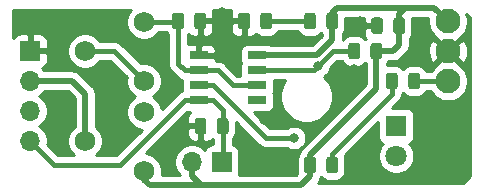
<source format=gbr>
G04 #@! TF.GenerationSoftware,KiCad,Pcbnew,5.1.5-52549c5~86~ubuntu16.04.1*
G04 #@! TF.CreationDate,2020-11-24T12:51:21+05:30*
G04 #@! TF.ProjectId,IR_Sensor_Module_555_V1.0,49525f53-656e-4736-9f72-5f4d6f64756c,V1.0*
G04 #@! TF.SameCoordinates,Original*
G04 #@! TF.FileFunction,Copper,L1,Top*
G04 #@! TF.FilePolarity,Positive*
%FSLAX46Y46*%
G04 Gerber Fmt 4.6, Leading zero omitted, Abs format (unit mm)*
G04 Created by KiCad (PCBNEW 5.1.5-52549c5~86~ubuntu16.04.1) date 2020-11-24 12:51:21*
%MOMM*%
%LPD*%
G04 APERTURE LIST*
%ADD10C,1.750000*%
%ADD11O,1.700000X1.700000*%
%ADD12R,1.700000X1.700000*%
%ADD13R,1.600000X0.700000*%
%ADD14C,0.100000*%
%ADD15C,2.100000*%
%ADD16C,1.800000*%
%ADD17R,1.800000X1.800000*%
%ADD18C,0.800000*%
%ADD19C,0.406400*%
%ADD20C,0.254000*%
%ADD21C,0.508000*%
G04 APERTURE END LIST*
D10*
X111760000Y-114300000D03*
X106760000Y-111760000D03*
X111760000Y-109300000D03*
X111760000Y-106680000D03*
X106760000Y-104140000D03*
X111760000Y-101680000D03*
D11*
X102108000Y-111760000D03*
X102108000Y-109220000D03*
X102108000Y-106680000D03*
D12*
X102108000Y-104140000D03*
D13*
X121337000Y-104521000D03*
X121337000Y-105791000D03*
X121337000Y-107061000D03*
X121337000Y-108331000D03*
X116407000Y-104521000D03*
X116407000Y-108331000D03*
X116407000Y-105791000D03*
X116407000Y-107061000D03*
G04 #@! TA.AperFunction,SMDPad,CuDef*
D14*
G36*
X131682642Y-103441174D02*
G01*
X131706303Y-103444684D01*
X131729507Y-103450496D01*
X131752029Y-103458554D01*
X131773653Y-103468782D01*
X131794170Y-103481079D01*
X131813383Y-103495329D01*
X131831107Y-103511393D01*
X131847171Y-103529117D01*
X131861421Y-103548330D01*
X131873718Y-103568847D01*
X131883946Y-103590471D01*
X131892004Y-103612993D01*
X131897816Y-103636197D01*
X131901326Y-103659858D01*
X131902500Y-103683750D01*
X131902500Y-104596250D01*
X131901326Y-104620142D01*
X131897816Y-104643803D01*
X131892004Y-104667007D01*
X131883946Y-104689529D01*
X131873718Y-104711153D01*
X131861421Y-104731670D01*
X131847171Y-104750883D01*
X131831107Y-104768607D01*
X131813383Y-104784671D01*
X131794170Y-104798921D01*
X131773653Y-104811218D01*
X131752029Y-104821446D01*
X131729507Y-104829504D01*
X131706303Y-104835316D01*
X131682642Y-104838826D01*
X131658750Y-104840000D01*
X131171250Y-104840000D01*
X131147358Y-104838826D01*
X131123697Y-104835316D01*
X131100493Y-104829504D01*
X131077971Y-104821446D01*
X131056347Y-104811218D01*
X131035830Y-104798921D01*
X131016617Y-104784671D01*
X130998893Y-104768607D01*
X130982829Y-104750883D01*
X130968579Y-104731670D01*
X130956282Y-104711153D01*
X130946054Y-104689529D01*
X130937996Y-104667007D01*
X130932184Y-104643803D01*
X130928674Y-104620142D01*
X130927500Y-104596250D01*
X130927500Y-103683750D01*
X130928674Y-103659858D01*
X130932184Y-103636197D01*
X130937996Y-103612993D01*
X130946054Y-103590471D01*
X130956282Y-103568847D01*
X130968579Y-103548330D01*
X130982829Y-103529117D01*
X130998893Y-103511393D01*
X131016617Y-103495329D01*
X131035830Y-103481079D01*
X131056347Y-103468782D01*
X131077971Y-103458554D01*
X131100493Y-103450496D01*
X131123697Y-103444684D01*
X131147358Y-103441174D01*
X131171250Y-103440000D01*
X131658750Y-103440000D01*
X131682642Y-103441174D01*
G37*
G04 #@! TD.AperFunction*
G04 #@! TA.AperFunction,SMDPad,CuDef*
G36*
X129807642Y-103441174D02*
G01*
X129831303Y-103444684D01*
X129854507Y-103450496D01*
X129877029Y-103458554D01*
X129898653Y-103468782D01*
X129919170Y-103481079D01*
X129938383Y-103495329D01*
X129956107Y-103511393D01*
X129972171Y-103529117D01*
X129986421Y-103548330D01*
X129998718Y-103568847D01*
X130008946Y-103590471D01*
X130017004Y-103612993D01*
X130022816Y-103636197D01*
X130026326Y-103659858D01*
X130027500Y-103683750D01*
X130027500Y-104596250D01*
X130026326Y-104620142D01*
X130022816Y-104643803D01*
X130017004Y-104667007D01*
X130008946Y-104689529D01*
X129998718Y-104711153D01*
X129986421Y-104731670D01*
X129972171Y-104750883D01*
X129956107Y-104768607D01*
X129938383Y-104784671D01*
X129919170Y-104798921D01*
X129898653Y-104811218D01*
X129877029Y-104821446D01*
X129854507Y-104829504D01*
X129831303Y-104835316D01*
X129807642Y-104838826D01*
X129783750Y-104840000D01*
X129296250Y-104840000D01*
X129272358Y-104838826D01*
X129248697Y-104835316D01*
X129225493Y-104829504D01*
X129202971Y-104821446D01*
X129181347Y-104811218D01*
X129160830Y-104798921D01*
X129141617Y-104784671D01*
X129123893Y-104768607D01*
X129107829Y-104750883D01*
X129093579Y-104731670D01*
X129081282Y-104711153D01*
X129071054Y-104689529D01*
X129062996Y-104667007D01*
X129057184Y-104643803D01*
X129053674Y-104620142D01*
X129052500Y-104596250D01*
X129052500Y-103683750D01*
X129053674Y-103659858D01*
X129057184Y-103636197D01*
X129062996Y-103612993D01*
X129071054Y-103590471D01*
X129081282Y-103568847D01*
X129093579Y-103548330D01*
X129107829Y-103529117D01*
X129123893Y-103511393D01*
X129141617Y-103495329D01*
X129160830Y-103481079D01*
X129181347Y-103468782D01*
X129202971Y-103458554D01*
X129225493Y-103450496D01*
X129248697Y-103444684D01*
X129272358Y-103441174D01*
X129296250Y-103440000D01*
X129783750Y-103440000D01*
X129807642Y-103441174D01*
G37*
G04 #@! TD.AperFunction*
G04 #@! TA.AperFunction,SMDPad,CuDef*
G36*
X120488142Y-100901174D02*
G01*
X120511803Y-100904684D01*
X120535007Y-100910496D01*
X120557529Y-100918554D01*
X120579153Y-100928782D01*
X120599670Y-100941079D01*
X120618883Y-100955329D01*
X120636607Y-100971393D01*
X120652671Y-100989117D01*
X120666921Y-101008330D01*
X120679218Y-101028847D01*
X120689446Y-101050471D01*
X120697504Y-101072993D01*
X120703316Y-101096197D01*
X120706826Y-101119858D01*
X120708000Y-101143750D01*
X120708000Y-102056250D01*
X120706826Y-102080142D01*
X120703316Y-102103803D01*
X120697504Y-102127007D01*
X120689446Y-102149529D01*
X120679218Y-102171153D01*
X120666921Y-102191670D01*
X120652671Y-102210883D01*
X120636607Y-102228607D01*
X120618883Y-102244671D01*
X120599670Y-102258921D01*
X120579153Y-102271218D01*
X120557529Y-102281446D01*
X120535007Y-102289504D01*
X120511803Y-102295316D01*
X120488142Y-102298826D01*
X120464250Y-102300000D01*
X119976750Y-102300000D01*
X119952858Y-102298826D01*
X119929197Y-102295316D01*
X119905993Y-102289504D01*
X119883471Y-102281446D01*
X119861847Y-102271218D01*
X119841330Y-102258921D01*
X119822117Y-102244671D01*
X119804393Y-102228607D01*
X119788329Y-102210883D01*
X119774079Y-102191670D01*
X119761782Y-102171153D01*
X119751554Y-102149529D01*
X119743496Y-102127007D01*
X119737684Y-102103803D01*
X119734174Y-102080142D01*
X119733000Y-102056250D01*
X119733000Y-101143750D01*
X119734174Y-101119858D01*
X119737684Y-101096197D01*
X119743496Y-101072993D01*
X119751554Y-101050471D01*
X119761782Y-101028847D01*
X119774079Y-101008330D01*
X119788329Y-100989117D01*
X119804393Y-100971393D01*
X119822117Y-100955329D01*
X119841330Y-100941079D01*
X119861847Y-100928782D01*
X119883471Y-100918554D01*
X119905993Y-100910496D01*
X119929197Y-100904684D01*
X119952858Y-100901174D01*
X119976750Y-100900000D01*
X120464250Y-100900000D01*
X120488142Y-100901174D01*
G37*
G04 #@! TD.AperFunction*
G04 #@! TA.AperFunction,SMDPad,CuDef*
G36*
X122363142Y-100901174D02*
G01*
X122386803Y-100904684D01*
X122410007Y-100910496D01*
X122432529Y-100918554D01*
X122454153Y-100928782D01*
X122474670Y-100941079D01*
X122493883Y-100955329D01*
X122511607Y-100971393D01*
X122527671Y-100989117D01*
X122541921Y-101008330D01*
X122554218Y-101028847D01*
X122564446Y-101050471D01*
X122572504Y-101072993D01*
X122578316Y-101096197D01*
X122581826Y-101119858D01*
X122583000Y-101143750D01*
X122583000Y-102056250D01*
X122581826Y-102080142D01*
X122578316Y-102103803D01*
X122572504Y-102127007D01*
X122564446Y-102149529D01*
X122554218Y-102171153D01*
X122541921Y-102191670D01*
X122527671Y-102210883D01*
X122511607Y-102228607D01*
X122493883Y-102244671D01*
X122474670Y-102258921D01*
X122454153Y-102271218D01*
X122432529Y-102281446D01*
X122410007Y-102289504D01*
X122386803Y-102295316D01*
X122363142Y-102298826D01*
X122339250Y-102300000D01*
X121851750Y-102300000D01*
X121827858Y-102298826D01*
X121804197Y-102295316D01*
X121780993Y-102289504D01*
X121758471Y-102281446D01*
X121736847Y-102271218D01*
X121716330Y-102258921D01*
X121697117Y-102244671D01*
X121679393Y-102228607D01*
X121663329Y-102210883D01*
X121649079Y-102191670D01*
X121636782Y-102171153D01*
X121626554Y-102149529D01*
X121618496Y-102127007D01*
X121612684Y-102103803D01*
X121609174Y-102080142D01*
X121608000Y-102056250D01*
X121608000Y-101143750D01*
X121609174Y-101119858D01*
X121612684Y-101096197D01*
X121618496Y-101072993D01*
X121626554Y-101050471D01*
X121636782Y-101028847D01*
X121649079Y-101008330D01*
X121663329Y-100989117D01*
X121679393Y-100971393D01*
X121697117Y-100955329D01*
X121716330Y-100941079D01*
X121736847Y-100928782D01*
X121758471Y-100918554D01*
X121780993Y-100910496D01*
X121804197Y-100904684D01*
X121827858Y-100901174D01*
X121851750Y-100900000D01*
X122339250Y-100900000D01*
X122363142Y-100901174D01*
G37*
G04 #@! TD.AperFunction*
G04 #@! TA.AperFunction,SMDPad,CuDef*
G36*
X134887642Y-105981174D02*
G01*
X134911303Y-105984684D01*
X134934507Y-105990496D01*
X134957029Y-105998554D01*
X134978653Y-106008782D01*
X134999170Y-106021079D01*
X135018383Y-106035329D01*
X135036107Y-106051393D01*
X135052171Y-106069117D01*
X135066421Y-106088330D01*
X135078718Y-106108847D01*
X135088946Y-106130471D01*
X135097004Y-106152993D01*
X135102816Y-106176197D01*
X135106326Y-106199858D01*
X135107500Y-106223750D01*
X135107500Y-107136250D01*
X135106326Y-107160142D01*
X135102816Y-107183803D01*
X135097004Y-107207007D01*
X135088946Y-107229529D01*
X135078718Y-107251153D01*
X135066421Y-107271670D01*
X135052171Y-107290883D01*
X135036107Y-107308607D01*
X135018383Y-107324671D01*
X134999170Y-107338921D01*
X134978653Y-107351218D01*
X134957029Y-107361446D01*
X134934507Y-107369504D01*
X134911303Y-107375316D01*
X134887642Y-107378826D01*
X134863750Y-107380000D01*
X134376250Y-107380000D01*
X134352358Y-107378826D01*
X134328697Y-107375316D01*
X134305493Y-107369504D01*
X134282971Y-107361446D01*
X134261347Y-107351218D01*
X134240830Y-107338921D01*
X134221617Y-107324671D01*
X134203893Y-107308607D01*
X134187829Y-107290883D01*
X134173579Y-107271670D01*
X134161282Y-107251153D01*
X134151054Y-107229529D01*
X134142996Y-107207007D01*
X134137184Y-107183803D01*
X134133674Y-107160142D01*
X134132500Y-107136250D01*
X134132500Y-106223750D01*
X134133674Y-106199858D01*
X134137184Y-106176197D01*
X134142996Y-106152993D01*
X134151054Y-106130471D01*
X134161282Y-106108847D01*
X134173579Y-106088330D01*
X134187829Y-106069117D01*
X134203893Y-106051393D01*
X134221617Y-106035329D01*
X134240830Y-106021079D01*
X134261347Y-106008782D01*
X134282971Y-105998554D01*
X134305493Y-105990496D01*
X134328697Y-105984684D01*
X134352358Y-105981174D01*
X134376250Y-105980000D01*
X134863750Y-105980000D01*
X134887642Y-105981174D01*
G37*
G04 #@! TD.AperFunction*
G04 #@! TA.AperFunction,SMDPad,CuDef*
G36*
X133012642Y-105981174D02*
G01*
X133036303Y-105984684D01*
X133059507Y-105990496D01*
X133082029Y-105998554D01*
X133103653Y-106008782D01*
X133124170Y-106021079D01*
X133143383Y-106035329D01*
X133161107Y-106051393D01*
X133177171Y-106069117D01*
X133191421Y-106088330D01*
X133203718Y-106108847D01*
X133213946Y-106130471D01*
X133222004Y-106152993D01*
X133227816Y-106176197D01*
X133231326Y-106199858D01*
X133232500Y-106223750D01*
X133232500Y-107136250D01*
X133231326Y-107160142D01*
X133227816Y-107183803D01*
X133222004Y-107207007D01*
X133213946Y-107229529D01*
X133203718Y-107251153D01*
X133191421Y-107271670D01*
X133177171Y-107290883D01*
X133161107Y-107308607D01*
X133143383Y-107324671D01*
X133124170Y-107338921D01*
X133103653Y-107351218D01*
X133082029Y-107361446D01*
X133059507Y-107369504D01*
X133036303Y-107375316D01*
X133012642Y-107378826D01*
X132988750Y-107380000D01*
X132501250Y-107380000D01*
X132477358Y-107378826D01*
X132453697Y-107375316D01*
X132430493Y-107369504D01*
X132407971Y-107361446D01*
X132386347Y-107351218D01*
X132365830Y-107338921D01*
X132346617Y-107324671D01*
X132328893Y-107308607D01*
X132312829Y-107290883D01*
X132298579Y-107271670D01*
X132286282Y-107251153D01*
X132276054Y-107229529D01*
X132267996Y-107207007D01*
X132262184Y-107183803D01*
X132258674Y-107160142D01*
X132257500Y-107136250D01*
X132257500Y-106223750D01*
X132258674Y-106199858D01*
X132262184Y-106176197D01*
X132267996Y-106152993D01*
X132276054Y-106130471D01*
X132286282Y-106108847D01*
X132298579Y-106088330D01*
X132312829Y-106069117D01*
X132328893Y-106051393D01*
X132346617Y-106035329D01*
X132365830Y-106021079D01*
X132386347Y-106008782D01*
X132407971Y-105998554D01*
X132430493Y-105990496D01*
X132453697Y-105984684D01*
X132477358Y-105981174D01*
X132501250Y-105980000D01*
X132988750Y-105980000D01*
X133012642Y-105981174D01*
G37*
G04 #@! TD.AperFunction*
G04 #@! TA.AperFunction,SMDPad,CuDef*
G36*
X118685877Y-109791174D02*
G01*
X118709538Y-109794684D01*
X118732742Y-109800496D01*
X118755264Y-109808554D01*
X118776888Y-109818782D01*
X118797405Y-109831079D01*
X118816618Y-109845329D01*
X118834342Y-109861393D01*
X118850406Y-109879117D01*
X118864656Y-109898330D01*
X118876953Y-109918847D01*
X118887181Y-109940471D01*
X118895239Y-109962993D01*
X118901051Y-109986197D01*
X118904561Y-110009858D01*
X118905735Y-110033750D01*
X118905735Y-110946250D01*
X118904561Y-110970142D01*
X118901051Y-110993803D01*
X118895239Y-111017007D01*
X118887181Y-111039529D01*
X118876953Y-111061153D01*
X118864656Y-111081670D01*
X118850406Y-111100883D01*
X118834342Y-111118607D01*
X118816618Y-111134671D01*
X118797405Y-111148921D01*
X118776888Y-111161218D01*
X118755264Y-111171446D01*
X118732742Y-111179504D01*
X118709538Y-111185316D01*
X118685877Y-111188826D01*
X118661985Y-111190000D01*
X118174485Y-111190000D01*
X118150593Y-111188826D01*
X118126932Y-111185316D01*
X118103728Y-111179504D01*
X118081206Y-111171446D01*
X118059582Y-111161218D01*
X118039065Y-111148921D01*
X118019852Y-111134671D01*
X118002128Y-111118607D01*
X117986064Y-111100883D01*
X117971814Y-111081670D01*
X117959517Y-111061153D01*
X117949289Y-111039529D01*
X117941231Y-111017007D01*
X117935419Y-110993803D01*
X117931909Y-110970142D01*
X117930735Y-110946250D01*
X117930735Y-110033750D01*
X117931909Y-110009858D01*
X117935419Y-109986197D01*
X117941231Y-109962993D01*
X117949289Y-109940471D01*
X117959517Y-109918847D01*
X117971814Y-109898330D01*
X117986064Y-109879117D01*
X118002128Y-109861393D01*
X118019852Y-109845329D01*
X118039065Y-109831079D01*
X118059582Y-109818782D01*
X118081206Y-109808554D01*
X118103728Y-109800496D01*
X118126932Y-109794684D01*
X118150593Y-109791174D01*
X118174485Y-109790000D01*
X118661985Y-109790000D01*
X118685877Y-109791174D01*
G37*
G04 #@! TD.AperFunction*
G04 #@! TA.AperFunction,SMDPad,CuDef*
G36*
X116810877Y-109791174D02*
G01*
X116834538Y-109794684D01*
X116857742Y-109800496D01*
X116880264Y-109808554D01*
X116901888Y-109818782D01*
X116922405Y-109831079D01*
X116941618Y-109845329D01*
X116959342Y-109861393D01*
X116975406Y-109879117D01*
X116989656Y-109898330D01*
X117001953Y-109918847D01*
X117012181Y-109940471D01*
X117020239Y-109962993D01*
X117026051Y-109986197D01*
X117029561Y-110009858D01*
X117030735Y-110033750D01*
X117030735Y-110946250D01*
X117029561Y-110970142D01*
X117026051Y-110993803D01*
X117020239Y-111017007D01*
X117012181Y-111039529D01*
X117001953Y-111061153D01*
X116989656Y-111081670D01*
X116975406Y-111100883D01*
X116959342Y-111118607D01*
X116941618Y-111134671D01*
X116922405Y-111148921D01*
X116901888Y-111161218D01*
X116880264Y-111171446D01*
X116857742Y-111179504D01*
X116834538Y-111185316D01*
X116810877Y-111188826D01*
X116786985Y-111190000D01*
X116299485Y-111190000D01*
X116275593Y-111188826D01*
X116251932Y-111185316D01*
X116228728Y-111179504D01*
X116206206Y-111171446D01*
X116184582Y-111161218D01*
X116164065Y-111148921D01*
X116144852Y-111134671D01*
X116127128Y-111118607D01*
X116111064Y-111100883D01*
X116096814Y-111081670D01*
X116084517Y-111061153D01*
X116074289Y-111039529D01*
X116066231Y-111017007D01*
X116060419Y-110993803D01*
X116056909Y-110970142D01*
X116055735Y-110946250D01*
X116055735Y-110033750D01*
X116056909Y-110009858D01*
X116060419Y-109986197D01*
X116066231Y-109962993D01*
X116074289Y-109940471D01*
X116084517Y-109918847D01*
X116096814Y-109898330D01*
X116111064Y-109879117D01*
X116127128Y-109861393D01*
X116144852Y-109845329D01*
X116164065Y-109831079D01*
X116184582Y-109818782D01*
X116206206Y-109808554D01*
X116228728Y-109800496D01*
X116251932Y-109794684D01*
X116275593Y-109791174D01*
X116299485Y-109790000D01*
X116786985Y-109790000D01*
X116810877Y-109791174D01*
G37*
G04 #@! TD.AperFunction*
D11*
X115796591Y-113538000D03*
D12*
X118336591Y-113538000D03*
D15*
X137499406Y-101640003D03*
X137499406Y-104180003D03*
X137499406Y-106720003D03*
G04 #@! TA.AperFunction,SMDPad,CuDef*
D14*
G36*
X127951142Y-100908054D02*
G01*
X127974803Y-100911564D01*
X127998007Y-100917376D01*
X128020529Y-100925434D01*
X128042153Y-100935662D01*
X128062670Y-100947959D01*
X128081883Y-100962209D01*
X128099607Y-100978273D01*
X128115671Y-100995997D01*
X128129921Y-101015210D01*
X128142218Y-101035727D01*
X128152446Y-101057351D01*
X128160504Y-101079873D01*
X128166316Y-101103077D01*
X128169826Y-101126738D01*
X128171000Y-101150630D01*
X128171000Y-102063130D01*
X128169826Y-102087022D01*
X128166316Y-102110683D01*
X128160504Y-102133887D01*
X128152446Y-102156409D01*
X128142218Y-102178033D01*
X128129921Y-102198550D01*
X128115671Y-102217763D01*
X128099607Y-102235487D01*
X128081883Y-102251551D01*
X128062670Y-102265801D01*
X128042153Y-102278098D01*
X128020529Y-102288326D01*
X127998007Y-102296384D01*
X127974803Y-102302196D01*
X127951142Y-102305706D01*
X127927250Y-102306880D01*
X127439750Y-102306880D01*
X127415858Y-102305706D01*
X127392197Y-102302196D01*
X127368993Y-102296384D01*
X127346471Y-102288326D01*
X127324847Y-102278098D01*
X127304330Y-102265801D01*
X127285117Y-102251551D01*
X127267393Y-102235487D01*
X127251329Y-102217763D01*
X127237079Y-102198550D01*
X127224782Y-102178033D01*
X127214554Y-102156409D01*
X127206496Y-102133887D01*
X127200684Y-102110683D01*
X127197174Y-102087022D01*
X127196000Y-102063130D01*
X127196000Y-101150630D01*
X127197174Y-101126738D01*
X127200684Y-101103077D01*
X127206496Y-101079873D01*
X127214554Y-101057351D01*
X127224782Y-101035727D01*
X127237079Y-101015210D01*
X127251329Y-100995997D01*
X127267393Y-100978273D01*
X127285117Y-100962209D01*
X127304330Y-100947959D01*
X127324847Y-100935662D01*
X127346471Y-100925434D01*
X127368993Y-100917376D01*
X127392197Y-100911564D01*
X127415858Y-100908054D01*
X127439750Y-100906880D01*
X127927250Y-100906880D01*
X127951142Y-100908054D01*
G37*
G04 #@! TD.AperFunction*
G04 #@! TA.AperFunction,SMDPad,CuDef*
G36*
X126076142Y-100908054D02*
G01*
X126099803Y-100911564D01*
X126123007Y-100917376D01*
X126145529Y-100925434D01*
X126167153Y-100935662D01*
X126187670Y-100947959D01*
X126206883Y-100962209D01*
X126224607Y-100978273D01*
X126240671Y-100995997D01*
X126254921Y-101015210D01*
X126267218Y-101035727D01*
X126277446Y-101057351D01*
X126285504Y-101079873D01*
X126291316Y-101103077D01*
X126294826Y-101126738D01*
X126296000Y-101150630D01*
X126296000Y-102063130D01*
X126294826Y-102087022D01*
X126291316Y-102110683D01*
X126285504Y-102133887D01*
X126277446Y-102156409D01*
X126267218Y-102178033D01*
X126254921Y-102198550D01*
X126240671Y-102217763D01*
X126224607Y-102235487D01*
X126206883Y-102251551D01*
X126187670Y-102265801D01*
X126167153Y-102278098D01*
X126145529Y-102288326D01*
X126123007Y-102296384D01*
X126099803Y-102302196D01*
X126076142Y-102305706D01*
X126052250Y-102306880D01*
X125564750Y-102306880D01*
X125540858Y-102305706D01*
X125517197Y-102302196D01*
X125493993Y-102296384D01*
X125471471Y-102288326D01*
X125449847Y-102278098D01*
X125429330Y-102265801D01*
X125410117Y-102251551D01*
X125392393Y-102235487D01*
X125376329Y-102217763D01*
X125362079Y-102198550D01*
X125349782Y-102178033D01*
X125339554Y-102156409D01*
X125331496Y-102133887D01*
X125325684Y-102110683D01*
X125322174Y-102087022D01*
X125321000Y-102063130D01*
X125321000Y-101150630D01*
X125322174Y-101126738D01*
X125325684Y-101103077D01*
X125331496Y-101079873D01*
X125339554Y-101057351D01*
X125349782Y-101035727D01*
X125362079Y-101015210D01*
X125376329Y-100995997D01*
X125392393Y-100978273D01*
X125410117Y-100962209D01*
X125429330Y-100947959D01*
X125449847Y-100935662D01*
X125471471Y-100925434D01*
X125493993Y-100917376D01*
X125517197Y-100911564D01*
X125540858Y-100908054D01*
X125564750Y-100906880D01*
X126052250Y-100906880D01*
X126076142Y-100908054D01*
G37*
G04 #@! TD.AperFunction*
G04 #@! TA.AperFunction,SMDPad,CuDef*
G36*
X126076142Y-113093174D02*
G01*
X126099803Y-113096684D01*
X126123007Y-113102496D01*
X126145529Y-113110554D01*
X126167153Y-113120782D01*
X126187670Y-113133079D01*
X126206883Y-113147329D01*
X126224607Y-113163393D01*
X126240671Y-113181117D01*
X126254921Y-113200330D01*
X126267218Y-113220847D01*
X126277446Y-113242471D01*
X126285504Y-113264993D01*
X126291316Y-113288197D01*
X126294826Y-113311858D01*
X126296000Y-113335750D01*
X126296000Y-114248250D01*
X126294826Y-114272142D01*
X126291316Y-114295803D01*
X126285504Y-114319007D01*
X126277446Y-114341529D01*
X126267218Y-114363153D01*
X126254921Y-114383670D01*
X126240671Y-114402883D01*
X126224607Y-114420607D01*
X126206883Y-114436671D01*
X126187670Y-114450921D01*
X126167153Y-114463218D01*
X126145529Y-114473446D01*
X126123007Y-114481504D01*
X126099803Y-114487316D01*
X126076142Y-114490826D01*
X126052250Y-114492000D01*
X125564750Y-114492000D01*
X125540858Y-114490826D01*
X125517197Y-114487316D01*
X125493993Y-114481504D01*
X125471471Y-114473446D01*
X125449847Y-114463218D01*
X125429330Y-114450921D01*
X125410117Y-114436671D01*
X125392393Y-114420607D01*
X125376329Y-114402883D01*
X125362079Y-114383670D01*
X125349782Y-114363153D01*
X125339554Y-114341529D01*
X125331496Y-114319007D01*
X125325684Y-114295803D01*
X125322174Y-114272142D01*
X125321000Y-114248250D01*
X125321000Y-113335750D01*
X125322174Y-113311858D01*
X125325684Y-113288197D01*
X125331496Y-113264993D01*
X125339554Y-113242471D01*
X125349782Y-113220847D01*
X125362079Y-113200330D01*
X125376329Y-113181117D01*
X125392393Y-113163393D01*
X125410117Y-113147329D01*
X125429330Y-113133079D01*
X125449847Y-113120782D01*
X125471471Y-113110554D01*
X125493993Y-113102496D01*
X125517197Y-113096684D01*
X125540858Y-113093174D01*
X125564750Y-113092000D01*
X126052250Y-113092000D01*
X126076142Y-113093174D01*
G37*
G04 #@! TD.AperFunction*
G04 #@! TA.AperFunction,SMDPad,CuDef*
G36*
X127951142Y-113093174D02*
G01*
X127974803Y-113096684D01*
X127998007Y-113102496D01*
X128020529Y-113110554D01*
X128042153Y-113120782D01*
X128062670Y-113133079D01*
X128081883Y-113147329D01*
X128099607Y-113163393D01*
X128115671Y-113181117D01*
X128129921Y-113200330D01*
X128142218Y-113220847D01*
X128152446Y-113242471D01*
X128160504Y-113264993D01*
X128166316Y-113288197D01*
X128169826Y-113311858D01*
X128171000Y-113335750D01*
X128171000Y-114248250D01*
X128169826Y-114272142D01*
X128166316Y-114295803D01*
X128160504Y-114319007D01*
X128152446Y-114341529D01*
X128142218Y-114363153D01*
X128129921Y-114383670D01*
X128115671Y-114402883D01*
X128099607Y-114420607D01*
X128081883Y-114436671D01*
X128062670Y-114450921D01*
X128042153Y-114463218D01*
X128020529Y-114473446D01*
X127998007Y-114481504D01*
X127974803Y-114487316D01*
X127951142Y-114490826D01*
X127927250Y-114492000D01*
X127439750Y-114492000D01*
X127415858Y-114490826D01*
X127392197Y-114487316D01*
X127368993Y-114481504D01*
X127346471Y-114473446D01*
X127324847Y-114463218D01*
X127304330Y-114450921D01*
X127285117Y-114436671D01*
X127267393Y-114420607D01*
X127251329Y-114402883D01*
X127237079Y-114383670D01*
X127224782Y-114363153D01*
X127214554Y-114341529D01*
X127206496Y-114319007D01*
X127200684Y-114295803D01*
X127197174Y-114272142D01*
X127196000Y-114248250D01*
X127196000Y-113335750D01*
X127197174Y-113311858D01*
X127200684Y-113288197D01*
X127206496Y-113264993D01*
X127214554Y-113242471D01*
X127224782Y-113220847D01*
X127237079Y-113200330D01*
X127251329Y-113181117D01*
X127267393Y-113163393D01*
X127285117Y-113147329D01*
X127304330Y-113133079D01*
X127324847Y-113120782D01*
X127346471Y-113110554D01*
X127368993Y-113102496D01*
X127392197Y-113096684D01*
X127415858Y-113093174D01*
X127439750Y-113092000D01*
X127927250Y-113092000D01*
X127951142Y-113093174D01*
G37*
G04 #@! TD.AperFunction*
D16*
X133096000Y-113030000D03*
D17*
X133096000Y-110490000D03*
G04 #@! TA.AperFunction,SMDPad,CuDef*
D14*
G36*
X131750898Y-101296340D02*
G01*
X131774559Y-101299850D01*
X131797763Y-101305662D01*
X131820285Y-101313720D01*
X131841909Y-101323948D01*
X131862426Y-101336245D01*
X131881639Y-101350495D01*
X131899363Y-101366559D01*
X131915427Y-101384283D01*
X131929677Y-101403496D01*
X131941974Y-101424013D01*
X131952202Y-101445637D01*
X131960260Y-101468159D01*
X131966072Y-101491363D01*
X131969582Y-101515024D01*
X131970756Y-101538916D01*
X131970756Y-102451416D01*
X131969582Y-102475308D01*
X131966072Y-102498969D01*
X131960260Y-102522173D01*
X131952202Y-102544695D01*
X131941974Y-102566319D01*
X131929677Y-102586836D01*
X131915427Y-102606049D01*
X131899363Y-102623773D01*
X131881639Y-102639837D01*
X131862426Y-102654087D01*
X131841909Y-102666384D01*
X131820285Y-102676612D01*
X131797763Y-102684670D01*
X131774559Y-102690482D01*
X131750898Y-102693992D01*
X131727006Y-102695166D01*
X131239506Y-102695166D01*
X131215614Y-102693992D01*
X131191953Y-102690482D01*
X131168749Y-102684670D01*
X131146227Y-102676612D01*
X131124603Y-102666384D01*
X131104086Y-102654087D01*
X131084873Y-102639837D01*
X131067149Y-102623773D01*
X131051085Y-102606049D01*
X131036835Y-102586836D01*
X131024538Y-102566319D01*
X131014310Y-102544695D01*
X131006252Y-102522173D01*
X131000440Y-102498969D01*
X130996930Y-102475308D01*
X130995756Y-102451416D01*
X130995756Y-101538916D01*
X130996930Y-101515024D01*
X131000440Y-101491363D01*
X131006252Y-101468159D01*
X131014310Y-101445637D01*
X131024538Y-101424013D01*
X131036835Y-101403496D01*
X131051085Y-101384283D01*
X131067149Y-101366559D01*
X131084873Y-101350495D01*
X131104086Y-101336245D01*
X131124603Y-101323948D01*
X131146227Y-101313720D01*
X131168749Y-101305662D01*
X131191953Y-101299850D01*
X131215614Y-101296340D01*
X131239506Y-101295166D01*
X131727006Y-101295166D01*
X131750898Y-101296340D01*
G37*
G04 #@! TD.AperFunction*
G04 #@! TA.AperFunction,SMDPad,CuDef*
G36*
X133625898Y-101296340D02*
G01*
X133649559Y-101299850D01*
X133672763Y-101305662D01*
X133695285Y-101313720D01*
X133716909Y-101323948D01*
X133737426Y-101336245D01*
X133756639Y-101350495D01*
X133774363Y-101366559D01*
X133790427Y-101384283D01*
X133804677Y-101403496D01*
X133816974Y-101424013D01*
X133827202Y-101445637D01*
X133835260Y-101468159D01*
X133841072Y-101491363D01*
X133844582Y-101515024D01*
X133845756Y-101538916D01*
X133845756Y-102451416D01*
X133844582Y-102475308D01*
X133841072Y-102498969D01*
X133835260Y-102522173D01*
X133827202Y-102544695D01*
X133816974Y-102566319D01*
X133804677Y-102586836D01*
X133790427Y-102606049D01*
X133774363Y-102623773D01*
X133756639Y-102639837D01*
X133737426Y-102654087D01*
X133716909Y-102666384D01*
X133695285Y-102676612D01*
X133672763Y-102684670D01*
X133649559Y-102690482D01*
X133625898Y-102693992D01*
X133602006Y-102695166D01*
X133114506Y-102695166D01*
X133090614Y-102693992D01*
X133066953Y-102690482D01*
X133043749Y-102684670D01*
X133021227Y-102676612D01*
X132999603Y-102666384D01*
X132979086Y-102654087D01*
X132959873Y-102639837D01*
X132942149Y-102623773D01*
X132926085Y-102606049D01*
X132911835Y-102586836D01*
X132899538Y-102566319D01*
X132889310Y-102544695D01*
X132881252Y-102522173D01*
X132875440Y-102498969D01*
X132871930Y-102475308D01*
X132870756Y-102451416D01*
X132870756Y-101538916D01*
X132871930Y-101515024D01*
X132875440Y-101491363D01*
X132881252Y-101468159D01*
X132889310Y-101445637D01*
X132899538Y-101424013D01*
X132911835Y-101403496D01*
X132926085Y-101384283D01*
X132942149Y-101366559D01*
X132959873Y-101350495D01*
X132979086Y-101336245D01*
X132999603Y-101323948D01*
X133021227Y-101313720D01*
X133043749Y-101305662D01*
X133066953Y-101299850D01*
X133090614Y-101296340D01*
X133114506Y-101295166D01*
X133602006Y-101295166D01*
X133625898Y-101296340D01*
G37*
G04 #@! TD.AperFunction*
G04 #@! TA.AperFunction,SMDPad,CuDef*
G36*
X116775142Y-100901174D02*
G01*
X116798803Y-100904684D01*
X116822007Y-100910496D01*
X116844529Y-100918554D01*
X116866153Y-100928782D01*
X116886670Y-100941079D01*
X116905883Y-100955329D01*
X116923607Y-100971393D01*
X116939671Y-100989117D01*
X116953921Y-101008330D01*
X116966218Y-101028847D01*
X116976446Y-101050471D01*
X116984504Y-101072993D01*
X116990316Y-101096197D01*
X116993826Y-101119858D01*
X116995000Y-101143750D01*
X116995000Y-102056250D01*
X116993826Y-102080142D01*
X116990316Y-102103803D01*
X116984504Y-102127007D01*
X116976446Y-102149529D01*
X116966218Y-102171153D01*
X116953921Y-102191670D01*
X116939671Y-102210883D01*
X116923607Y-102228607D01*
X116905883Y-102244671D01*
X116886670Y-102258921D01*
X116866153Y-102271218D01*
X116844529Y-102281446D01*
X116822007Y-102289504D01*
X116798803Y-102295316D01*
X116775142Y-102298826D01*
X116751250Y-102300000D01*
X116263750Y-102300000D01*
X116239858Y-102298826D01*
X116216197Y-102295316D01*
X116192993Y-102289504D01*
X116170471Y-102281446D01*
X116148847Y-102271218D01*
X116128330Y-102258921D01*
X116109117Y-102244671D01*
X116091393Y-102228607D01*
X116075329Y-102210883D01*
X116061079Y-102191670D01*
X116048782Y-102171153D01*
X116038554Y-102149529D01*
X116030496Y-102127007D01*
X116024684Y-102103803D01*
X116021174Y-102080142D01*
X116020000Y-102056250D01*
X116020000Y-101143750D01*
X116021174Y-101119858D01*
X116024684Y-101096197D01*
X116030496Y-101072993D01*
X116038554Y-101050471D01*
X116048782Y-101028847D01*
X116061079Y-101008330D01*
X116075329Y-100989117D01*
X116091393Y-100971393D01*
X116109117Y-100955329D01*
X116128330Y-100941079D01*
X116148847Y-100928782D01*
X116170471Y-100918554D01*
X116192993Y-100910496D01*
X116216197Y-100904684D01*
X116239858Y-100901174D01*
X116263750Y-100900000D01*
X116751250Y-100900000D01*
X116775142Y-100901174D01*
G37*
G04 #@! TD.AperFunction*
G04 #@! TA.AperFunction,SMDPad,CuDef*
G36*
X114900142Y-100901174D02*
G01*
X114923803Y-100904684D01*
X114947007Y-100910496D01*
X114969529Y-100918554D01*
X114991153Y-100928782D01*
X115011670Y-100941079D01*
X115030883Y-100955329D01*
X115048607Y-100971393D01*
X115064671Y-100989117D01*
X115078921Y-101008330D01*
X115091218Y-101028847D01*
X115101446Y-101050471D01*
X115109504Y-101072993D01*
X115115316Y-101096197D01*
X115118826Y-101119858D01*
X115120000Y-101143750D01*
X115120000Y-102056250D01*
X115118826Y-102080142D01*
X115115316Y-102103803D01*
X115109504Y-102127007D01*
X115101446Y-102149529D01*
X115091218Y-102171153D01*
X115078921Y-102191670D01*
X115064671Y-102210883D01*
X115048607Y-102228607D01*
X115030883Y-102244671D01*
X115011670Y-102258921D01*
X114991153Y-102271218D01*
X114969529Y-102281446D01*
X114947007Y-102289504D01*
X114923803Y-102295316D01*
X114900142Y-102298826D01*
X114876250Y-102300000D01*
X114388750Y-102300000D01*
X114364858Y-102298826D01*
X114341197Y-102295316D01*
X114317993Y-102289504D01*
X114295471Y-102281446D01*
X114273847Y-102271218D01*
X114253330Y-102258921D01*
X114234117Y-102244671D01*
X114216393Y-102228607D01*
X114200329Y-102210883D01*
X114186079Y-102191670D01*
X114173782Y-102171153D01*
X114163554Y-102149529D01*
X114155496Y-102127007D01*
X114149684Y-102103803D01*
X114146174Y-102080142D01*
X114145000Y-102056250D01*
X114145000Y-101143750D01*
X114146174Y-101119858D01*
X114149684Y-101096197D01*
X114155496Y-101072993D01*
X114163554Y-101050471D01*
X114173782Y-101028847D01*
X114186079Y-101008330D01*
X114200329Y-100989117D01*
X114216393Y-100971393D01*
X114234117Y-100955329D01*
X114253330Y-100941079D01*
X114273847Y-100928782D01*
X114295471Y-100918554D01*
X114317993Y-100910496D01*
X114341197Y-100904684D01*
X114364858Y-100901174D01*
X114388750Y-100900000D01*
X114876250Y-100900000D01*
X114900142Y-100901174D01*
G37*
G04 #@! TD.AperFunction*
D18*
X130048000Y-101600000D03*
X129540000Y-105664000D03*
X118364000Y-100838000D03*
X115062000Y-110236000D03*
X109982000Y-111506000D03*
X104648000Y-105410000D03*
X121920000Y-109982000D03*
X113538000Y-103632000D03*
X104648000Y-111760000D03*
X121666000Y-113030000D03*
X124460000Y-111506000D03*
X126492000Y-105410000D03*
D19*
X114552500Y-101680000D02*
X114632500Y-101600000D01*
X111760000Y-101680000D02*
X114552500Y-101680000D01*
X116407000Y-105791000D02*
X115189000Y-105791000D01*
X114632500Y-105234500D02*
X114632500Y-101600000D01*
X115189000Y-105791000D02*
X114632500Y-105234500D01*
X116407000Y-105791000D02*
X117983000Y-105791000D01*
X119253000Y-107061000D02*
X121337000Y-107061000D01*
X117983000Y-105791000D02*
X119253000Y-107061000D01*
X133358256Y-101995166D02*
X133358256Y-101608256D01*
D20*
X116001699Y-113770982D02*
X115986304Y-113786377D01*
D19*
X106760000Y-111332000D02*
X106760000Y-111760000D01*
D21*
X102108000Y-106680000D02*
X105664000Y-106680000D01*
X106760000Y-107776000D02*
X106760000Y-111760000D01*
X105664000Y-106680000D02*
X106760000Y-107776000D01*
X115796591Y-114740081D02*
X116577500Y-115520990D01*
X115796591Y-113538000D02*
X115796591Y-114740081D01*
X116577500Y-115520990D02*
X125017010Y-115520990D01*
X125808500Y-114729500D02*
X125808500Y-113792000D01*
X125017010Y-115520990D02*
X125808500Y-114729500D01*
X112980990Y-115520990D02*
X116577500Y-115520990D01*
X111760000Y-115062000D02*
X112218990Y-115520990D01*
X112218990Y-115520990D02*
X112980990Y-115520990D01*
X111760000Y-114300000D02*
X111760000Y-115062000D01*
X127683500Y-100906880D02*
X128111370Y-100479010D01*
X127683500Y-101606880D02*
X127683500Y-100906880D01*
X136338413Y-100479010D02*
X137499406Y-101640003D01*
X128111370Y-100479010D02*
X136338413Y-100479010D01*
X133358256Y-100978754D02*
X133858000Y-100479010D01*
X133358256Y-101995166D02*
X133358256Y-100978754D01*
X121337000Y-104521000D02*
X126365000Y-104521000D01*
X127683500Y-103202500D02*
X127683500Y-101606880D01*
X126365000Y-104521000D02*
X127683500Y-103202500D01*
X131415000Y-104140000D02*
X132842000Y-104140000D01*
X133358256Y-103623744D02*
X133358256Y-101995166D01*
X132842000Y-104140000D02*
X133358256Y-103623744D01*
X131415000Y-107345000D02*
X131415000Y-104140000D01*
X125808500Y-113792000D02*
X125808500Y-112951500D01*
X125808500Y-112951500D02*
X131415000Y-107345000D01*
D19*
X122058400Y-111506000D02*
X123894315Y-111506000D01*
X123894315Y-111506000D02*
X124460000Y-111506000D01*
X117613400Y-107061000D02*
X122058400Y-111506000D01*
X116407000Y-107061000D02*
X117613400Y-107061000D01*
D20*
X118442500Y-114248222D02*
X118432005Y-114258717D01*
X118418235Y-114244947D02*
X118432005Y-114258717D01*
D19*
X118418235Y-113456356D02*
X118336591Y-113538000D01*
X118418235Y-110490000D02*
X118418235Y-113456356D01*
X102108000Y-111760000D02*
X102957999Y-112609999D01*
X102957999Y-112609999D02*
X104140000Y-113792000D01*
X109739600Y-113792000D02*
X104140000Y-113792000D01*
X115200600Y-108331000D02*
X109739600Y-113792000D01*
X116407000Y-108331000D02*
X115200600Y-108331000D01*
X118418235Y-109135835D02*
X118418235Y-110490000D01*
X116407000Y-108331000D02*
X117613400Y-108331000D01*
X117613400Y-108331000D02*
X118418235Y-109135835D01*
D20*
X134660003Y-106720003D02*
X134620000Y-106680000D01*
D19*
X137459403Y-106680000D02*
X137499406Y-106720003D01*
X134620000Y-106680000D02*
X137459403Y-106680000D01*
X126111000Y-105791000D02*
X126492000Y-105410000D01*
X121337000Y-105791000D02*
X126111000Y-105791000D01*
X127762000Y-104140000D02*
X129540000Y-104140000D01*
X126492000Y-105410000D02*
X127762000Y-104140000D01*
X109220000Y-104140000D02*
X111760000Y-106680000D01*
X106760000Y-104140000D02*
X109220000Y-104140000D01*
X125801620Y-101600000D02*
X125808500Y-101606880D01*
X122095500Y-101600000D02*
X125801620Y-101600000D01*
X127624796Y-113786377D02*
X127664999Y-113746174D01*
X127683500Y-113792000D02*
X127683500Y-112854500D01*
X132745000Y-107793000D02*
X132745000Y-106680000D01*
X127683500Y-112854500D02*
X132745000Y-107793000D01*
D20*
G36*
X139340000Y-101273381D02*
G01*
X139340001Y-114726618D01*
X138726620Y-115340000D01*
X126457524Y-115340000D01*
X126551253Y-115225791D01*
X126633803Y-115071351D01*
X126662502Y-114976742D01*
X126684636Y-114903775D01*
X126689422Y-114855184D01*
X126746000Y-114786244D01*
X126816208Y-114871792D01*
X126949836Y-114981458D01*
X127102291Y-115062947D01*
X127267715Y-115113128D01*
X127439750Y-115130072D01*
X127927250Y-115130072D01*
X128099285Y-115113128D01*
X128264709Y-115062947D01*
X128417164Y-114981458D01*
X128550792Y-114871792D01*
X128660458Y-114738164D01*
X128741947Y-114585709D01*
X128792128Y-114420285D01*
X128809072Y-114248250D01*
X128809072Y-113335750D01*
X128792128Y-113163715D01*
X128741947Y-112998291D01*
X128736079Y-112987314D01*
X131557928Y-110165466D01*
X131557928Y-111390000D01*
X131570188Y-111514482D01*
X131606498Y-111634180D01*
X131665463Y-111744494D01*
X131744815Y-111841185D01*
X131841506Y-111920537D01*
X131951820Y-111979502D01*
X131970127Y-111985056D01*
X131903688Y-112051495D01*
X131735701Y-112302905D01*
X131619989Y-112582257D01*
X131561000Y-112878816D01*
X131561000Y-113181184D01*
X131619989Y-113477743D01*
X131735701Y-113757095D01*
X131903688Y-114008505D01*
X132117495Y-114222312D01*
X132368905Y-114390299D01*
X132648257Y-114506011D01*
X132944816Y-114565000D01*
X133247184Y-114565000D01*
X133543743Y-114506011D01*
X133823095Y-114390299D01*
X134074505Y-114222312D01*
X134288312Y-114008505D01*
X134456299Y-113757095D01*
X134572011Y-113477743D01*
X134631000Y-113181184D01*
X134631000Y-112878816D01*
X134572011Y-112582257D01*
X134456299Y-112302905D01*
X134288312Y-112051495D01*
X134221873Y-111985056D01*
X134240180Y-111979502D01*
X134350494Y-111920537D01*
X134447185Y-111841185D01*
X134526537Y-111744494D01*
X134585502Y-111634180D01*
X134621812Y-111514482D01*
X134634072Y-111390000D01*
X134634072Y-109590000D01*
X134621812Y-109465518D01*
X134585502Y-109345820D01*
X134526537Y-109235506D01*
X134447185Y-109138815D01*
X134350494Y-109059463D01*
X134240180Y-109000498D01*
X134120482Y-108964188D01*
X133996000Y-108951928D01*
X132771466Y-108951928D01*
X133308589Y-108414805D01*
X133340564Y-108388564D01*
X133418516Y-108293580D01*
X133445309Y-108260932D01*
X133523142Y-108115317D01*
X133571071Y-107957316D01*
X133571765Y-107950274D01*
X133583200Y-107834170D01*
X133583200Y-107834163D01*
X133587254Y-107793000D01*
X133586100Y-107781287D01*
X133612292Y-107759792D01*
X133682500Y-107674244D01*
X133752708Y-107759792D01*
X133886336Y-107869458D01*
X134038791Y-107950947D01*
X134204215Y-108001128D01*
X134376250Y-108018072D01*
X134863750Y-108018072D01*
X135035785Y-108001128D01*
X135201209Y-107950947D01*
X135353664Y-107869458D01*
X135487292Y-107759792D01*
X135596958Y-107626164D01*
X135654666Y-107518200D01*
X136006211Y-107518200D01*
X136190581Y-107794128D01*
X136425281Y-108028828D01*
X136701259Y-108213231D01*
X137007910Y-108340249D01*
X137333448Y-108405003D01*
X137665364Y-108405003D01*
X137990902Y-108340249D01*
X138297553Y-108213231D01*
X138573531Y-108028828D01*
X138808231Y-107794128D01*
X138992634Y-107518150D01*
X139119652Y-107211499D01*
X139184406Y-106885961D01*
X139184406Y-106554045D01*
X139119652Y-106228507D01*
X138992634Y-105921856D01*
X138808231Y-105645878D01*
X138573531Y-105411178D01*
X138489397Y-105354961D01*
X138490867Y-105351069D01*
X137499406Y-104359608D01*
X136507945Y-105351069D01*
X136509415Y-105354961D01*
X136425281Y-105411178D01*
X136190581Y-105645878D01*
X136059670Y-105841800D01*
X135654666Y-105841800D01*
X135596958Y-105733836D01*
X135487292Y-105600208D01*
X135353664Y-105490542D01*
X135201209Y-105409053D01*
X135035785Y-105358872D01*
X134863750Y-105341928D01*
X134376250Y-105341928D01*
X134204215Y-105358872D01*
X134038791Y-105409053D01*
X133886336Y-105490542D01*
X133752708Y-105600208D01*
X133682500Y-105685756D01*
X133612292Y-105600208D01*
X133478664Y-105490542D01*
X133326209Y-105409053D01*
X133160785Y-105358872D01*
X132988750Y-105341928D01*
X132501250Y-105341928D01*
X132329215Y-105358872D01*
X132304000Y-105366521D01*
X132304000Y-105193341D01*
X132391958Y-105086164D01*
X132422513Y-105029000D01*
X132798340Y-105029000D01*
X132842000Y-105033300D01*
X132885660Y-105029000D01*
X132885667Y-105029000D01*
X133016274Y-105016136D01*
X133183851Y-104965303D01*
X133338291Y-104882753D01*
X133473659Y-104771659D01*
X133501499Y-104737736D01*
X133955988Y-104283246D01*
X133989915Y-104255403D01*
X134002047Y-104240620D01*
X135807340Y-104240620D01*
X135851678Y-104569560D01*
X135959337Y-104883530D01*
X136058827Y-105069664D01*
X136328340Y-105171464D01*
X137319801Y-104180003D01*
X137679011Y-104180003D01*
X138670472Y-105171464D01*
X138939985Y-105069664D01*
X139085869Y-104771526D01*
X139170786Y-104450657D01*
X139191472Y-104119386D01*
X139147134Y-103790446D01*
X139039475Y-103476476D01*
X138939985Y-103290342D01*
X138670472Y-103188542D01*
X137679011Y-104180003D01*
X137319801Y-104180003D01*
X136328340Y-103188542D01*
X136058827Y-103290342D01*
X135912943Y-103588480D01*
X135828026Y-103909349D01*
X135807340Y-104240620D01*
X134002047Y-104240620D01*
X134101009Y-104120035D01*
X134183559Y-103965595D01*
X134223429Y-103834159D01*
X134234392Y-103798020D01*
X134237662Y-103764820D01*
X134247256Y-103667411D01*
X134247256Y-103667405D01*
X134251556Y-103623745D01*
X134247256Y-103580085D01*
X134247256Y-103048507D01*
X134335214Y-102941330D01*
X134416703Y-102788875D01*
X134466884Y-102623451D01*
X134483828Y-102451416D01*
X134483828Y-101538916D01*
X134466995Y-101368010D01*
X135835498Y-101368010D01*
X135814406Y-101474045D01*
X135814406Y-101805961D01*
X135879160Y-102131499D01*
X136006178Y-102438150D01*
X136190581Y-102714128D01*
X136425281Y-102948828D01*
X136509415Y-103005045D01*
X136507945Y-103008937D01*
X137499406Y-104000398D01*
X138490867Y-103008937D01*
X138489397Y-103005045D01*
X138573531Y-102948828D01*
X138808231Y-102714128D01*
X138992634Y-102438150D01*
X139119652Y-102131499D01*
X139184406Y-101805961D01*
X139184406Y-101474045D01*
X139119652Y-101148507D01*
X139052142Y-100985523D01*
X139340000Y-101273381D01*
G37*
X139340000Y-101273381D02*
X139340001Y-114726618D01*
X138726620Y-115340000D01*
X126457524Y-115340000D01*
X126551253Y-115225791D01*
X126633803Y-115071351D01*
X126662502Y-114976742D01*
X126684636Y-114903775D01*
X126689422Y-114855184D01*
X126746000Y-114786244D01*
X126816208Y-114871792D01*
X126949836Y-114981458D01*
X127102291Y-115062947D01*
X127267715Y-115113128D01*
X127439750Y-115130072D01*
X127927250Y-115130072D01*
X128099285Y-115113128D01*
X128264709Y-115062947D01*
X128417164Y-114981458D01*
X128550792Y-114871792D01*
X128660458Y-114738164D01*
X128741947Y-114585709D01*
X128792128Y-114420285D01*
X128809072Y-114248250D01*
X128809072Y-113335750D01*
X128792128Y-113163715D01*
X128741947Y-112998291D01*
X128736079Y-112987314D01*
X131557928Y-110165466D01*
X131557928Y-111390000D01*
X131570188Y-111514482D01*
X131606498Y-111634180D01*
X131665463Y-111744494D01*
X131744815Y-111841185D01*
X131841506Y-111920537D01*
X131951820Y-111979502D01*
X131970127Y-111985056D01*
X131903688Y-112051495D01*
X131735701Y-112302905D01*
X131619989Y-112582257D01*
X131561000Y-112878816D01*
X131561000Y-113181184D01*
X131619989Y-113477743D01*
X131735701Y-113757095D01*
X131903688Y-114008505D01*
X132117495Y-114222312D01*
X132368905Y-114390299D01*
X132648257Y-114506011D01*
X132944816Y-114565000D01*
X133247184Y-114565000D01*
X133543743Y-114506011D01*
X133823095Y-114390299D01*
X134074505Y-114222312D01*
X134288312Y-114008505D01*
X134456299Y-113757095D01*
X134572011Y-113477743D01*
X134631000Y-113181184D01*
X134631000Y-112878816D01*
X134572011Y-112582257D01*
X134456299Y-112302905D01*
X134288312Y-112051495D01*
X134221873Y-111985056D01*
X134240180Y-111979502D01*
X134350494Y-111920537D01*
X134447185Y-111841185D01*
X134526537Y-111744494D01*
X134585502Y-111634180D01*
X134621812Y-111514482D01*
X134634072Y-111390000D01*
X134634072Y-109590000D01*
X134621812Y-109465518D01*
X134585502Y-109345820D01*
X134526537Y-109235506D01*
X134447185Y-109138815D01*
X134350494Y-109059463D01*
X134240180Y-109000498D01*
X134120482Y-108964188D01*
X133996000Y-108951928D01*
X132771466Y-108951928D01*
X133308589Y-108414805D01*
X133340564Y-108388564D01*
X133418516Y-108293580D01*
X133445309Y-108260932D01*
X133523142Y-108115317D01*
X133571071Y-107957316D01*
X133571765Y-107950274D01*
X133583200Y-107834170D01*
X133583200Y-107834163D01*
X133587254Y-107793000D01*
X133586100Y-107781287D01*
X133612292Y-107759792D01*
X133682500Y-107674244D01*
X133752708Y-107759792D01*
X133886336Y-107869458D01*
X134038791Y-107950947D01*
X134204215Y-108001128D01*
X134376250Y-108018072D01*
X134863750Y-108018072D01*
X135035785Y-108001128D01*
X135201209Y-107950947D01*
X135353664Y-107869458D01*
X135487292Y-107759792D01*
X135596958Y-107626164D01*
X135654666Y-107518200D01*
X136006211Y-107518200D01*
X136190581Y-107794128D01*
X136425281Y-108028828D01*
X136701259Y-108213231D01*
X137007910Y-108340249D01*
X137333448Y-108405003D01*
X137665364Y-108405003D01*
X137990902Y-108340249D01*
X138297553Y-108213231D01*
X138573531Y-108028828D01*
X138808231Y-107794128D01*
X138992634Y-107518150D01*
X139119652Y-107211499D01*
X139184406Y-106885961D01*
X139184406Y-106554045D01*
X139119652Y-106228507D01*
X138992634Y-105921856D01*
X138808231Y-105645878D01*
X138573531Y-105411178D01*
X138489397Y-105354961D01*
X138490867Y-105351069D01*
X137499406Y-104359608D01*
X136507945Y-105351069D01*
X136509415Y-105354961D01*
X136425281Y-105411178D01*
X136190581Y-105645878D01*
X136059670Y-105841800D01*
X135654666Y-105841800D01*
X135596958Y-105733836D01*
X135487292Y-105600208D01*
X135353664Y-105490542D01*
X135201209Y-105409053D01*
X135035785Y-105358872D01*
X134863750Y-105341928D01*
X134376250Y-105341928D01*
X134204215Y-105358872D01*
X134038791Y-105409053D01*
X133886336Y-105490542D01*
X133752708Y-105600208D01*
X133682500Y-105685756D01*
X133612292Y-105600208D01*
X133478664Y-105490542D01*
X133326209Y-105409053D01*
X133160785Y-105358872D01*
X132988750Y-105341928D01*
X132501250Y-105341928D01*
X132329215Y-105358872D01*
X132304000Y-105366521D01*
X132304000Y-105193341D01*
X132391958Y-105086164D01*
X132422513Y-105029000D01*
X132798340Y-105029000D01*
X132842000Y-105033300D01*
X132885660Y-105029000D01*
X132885667Y-105029000D01*
X133016274Y-105016136D01*
X133183851Y-104965303D01*
X133338291Y-104882753D01*
X133473659Y-104771659D01*
X133501499Y-104737736D01*
X133955988Y-104283246D01*
X133989915Y-104255403D01*
X134002047Y-104240620D01*
X135807340Y-104240620D01*
X135851678Y-104569560D01*
X135959337Y-104883530D01*
X136058827Y-105069664D01*
X136328340Y-105171464D01*
X137319801Y-104180003D01*
X137679011Y-104180003D01*
X138670472Y-105171464D01*
X138939985Y-105069664D01*
X139085869Y-104771526D01*
X139170786Y-104450657D01*
X139191472Y-104119386D01*
X139147134Y-103790446D01*
X139039475Y-103476476D01*
X138939985Y-103290342D01*
X138670472Y-103188542D01*
X137679011Y-104180003D01*
X137319801Y-104180003D01*
X136328340Y-103188542D01*
X136058827Y-103290342D01*
X135912943Y-103588480D01*
X135828026Y-103909349D01*
X135807340Y-104240620D01*
X134002047Y-104240620D01*
X134101009Y-104120035D01*
X134183559Y-103965595D01*
X134223429Y-103834159D01*
X134234392Y-103798020D01*
X134237662Y-103764820D01*
X134247256Y-103667411D01*
X134247256Y-103667405D01*
X134251556Y-103623745D01*
X134247256Y-103580085D01*
X134247256Y-103048507D01*
X134335214Y-102941330D01*
X134416703Y-102788875D01*
X134466884Y-102623451D01*
X134483828Y-102451416D01*
X134483828Y-101538916D01*
X134466995Y-101368010D01*
X135835498Y-101368010D01*
X135814406Y-101474045D01*
X135814406Y-101805961D01*
X135879160Y-102131499D01*
X136006178Y-102438150D01*
X136190581Y-102714128D01*
X136425281Y-102948828D01*
X136509415Y-103005045D01*
X136507945Y-103008937D01*
X137499406Y-104000398D01*
X138490867Y-103008937D01*
X138489397Y-103005045D01*
X138573531Y-102948828D01*
X138808231Y-102714128D01*
X138992634Y-102438150D01*
X139119652Y-102131499D01*
X139184406Y-101805961D01*
X139184406Y-101474045D01*
X139119652Y-101148507D01*
X139052142Y-100985523D01*
X139340000Y-101273381D01*
G36*
X128563042Y-105086164D02*
G01*
X128672708Y-105219792D01*
X128806336Y-105329458D01*
X128958791Y-105410947D01*
X129124215Y-105461128D01*
X129296250Y-105478072D01*
X129783750Y-105478072D01*
X129955785Y-105461128D01*
X130121209Y-105410947D01*
X130273664Y-105329458D01*
X130407292Y-105219792D01*
X130477500Y-105134244D01*
X130526001Y-105193342D01*
X130526000Y-106976765D01*
X125210759Y-112292006D01*
X125176842Y-112319841D01*
X125149007Y-112353758D01*
X125149005Y-112353760D01*
X125065748Y-112455209D01*
X124983198Y-112609648D01*
X124955693Y-112700320D01*
X124941208Y-112712208D01*
X124831542Y-112845836D01*
X124750053Y-112998291D01*
X124699872Y-113163715D01*
X124682928Y-113335750D01*
X124682928Y-114248250D01*
X124699872Y-114420285D01*
X124737253Y-114543512D01*
X124648775Y-114631990D01*
X119776151Y-114631990D01*
X119812403Y-114512482D01*
X119824663Y-114388000D01*
X119824663Y-112688000D01*
X119812403Y-112563518D01*
X119776093Y-112443820D01*
X119717128Y-112333506D01*
X119637776Y-112236815D01*
X119541085Y-112157463D01*
X119430771Y-112098498D01*
X119311073Y-112062188D01*
X119256435Y-112056807D01*
X119256435Y-111593667D01*
X119285527Y-111569792D01*
X119395193Y-111436164D01*
X119476682Y-111283709D01*
X119526863Y-111118285D01*
X119543807Y-110946250D01*
X119543807Y-110176801D01*
X121436594Y-112069588D01*
X121462836Y-112101564D01*
X121590468Y-112206309D01*
X121736083Y-112284142D01*
X121894084Y-112332071D01*
X122017230Y-112344200D01*
X122017239Y-112344200D01*
X122058399Y-112348254D01*
X122099559Y-112344200D01*
X123851504Y-112344200D01*
X123969744Y-112423205D01*
X124158102Y-112501226D01*
X124358061Y-112541000D01*
X124561939Y-112541000D01*
X124761898Y-112501226D01*
X124950256Y-112423205D01*
X125119774Y-112309937D01*
X125263937Y-112165774D01*
X125377205Y-111996256D01*
X125455226Y-111807898D01*
X125495000Y-111607939D01*
X125495000Y-111404061D01*
X125455226Y-111204102D01*
X125377205Y-111015744D01*
X125263937Y-110846226D01*
X125119774Y-110702063D01*
X124950256Y-110588795D01*
X124761898Y-110510774D01*
X124561939Y-110471000D01*
X124358061Y-110471000D01*
X124158102Y-110510774D01*
X123969744Y-110588795D01*
X123851504Y-110667800D01*
X122405594Y-110667800D01*
X121056866Y-109319072D01*
X122137000Y-109319072D01*
X122261482Y-109306812D01*
X122381180Y-109270502D01*
X122491494Y-109211537D01*
X122588185Y-109132185D01*
X122667537Y-109035494D01*
X122726502Y-108925180D01*
X122762812Y-108805482D01*
X122775072Y-108681000D01*
X122775072Y-107981000D01*
X122762812Y-107856518D01*
X122726502Y-107736820D01*
X122704683Y-107696000D01*
X122726502Y-107655180D01*
X122762812Y-107535482D01*
X122775072Y-107411000D01*
X122775072Y-106711000D01*
X122767016Y-106629200D01*
X123727928Y-106629200D01*
X123519369Y-106941331D01*
X123350890Y-107348075D01*
X123265000Y-107779872D01*
X123265000Y-108220128D01*
X123350890Y-108651925D01*
X123519369Y-109058669D01*
X123763962Y-109424729D01*
X124075271Y-109736038D01*
X124441331Y-109980631D01*
X124848075Y-110149110D01*
X125279872Y-110235000D01*
X125720128Y-110235000D01*
X126151925Y-110149110D01*
X126558669Y-109980631D01*
X126924729Y-109736038D01*
X127236038Y-109424729D01*
X127480631Y-109058669D01*
X127649110Y-108651925D01*
X127735000Y-108220128D01*
X127735000Y-107779872D01*
X127649110Y-107348075D01*
X127480631Y-106941331D01*
X127236038Y-106575271D01*
X126985682Y-106324915D01*
X127151774Y-106213937D01*
X127295937Y-106069774D01*
X127409205Y-105900256D01*
X127487226Y-105711898D01*
X127514969Y-105572425D01*
X128109194Y-104978200D01*
X128505334Y-104978200D01*
X128563042Y-105086164D01*
G37*
X128563042Y-105086164D02*
X128672708Y-105219792D01*
X128806336Y-105329458D01*
X128958791Y-105410947D01*
X129124215Y-105461128D01*
X129296250Y-105478072D01*
X129783750Y-105478072D01*
X129955785Y-105461128D01*
X130121209Y-105410947D01*
X130273664Y-105329458D01*
X130407292Y-105219792D01*
X130477500Y-105134244D01*
X130526001Y-105193342D01*
X130526000Y-106976765D01*
X125210759Y-112292006D01*
X125176842Y-112319841D01*
X125149007Y-112353758D01*
X125149005Y-112353760D01*
X125065748Y-112455209D01*
X124983198Y-112609648D01*
X124955693Y-112700320D01*
X124941208Y-112712208D01*
X124831542Y-112845836D01*
X124750053Y-112998291D01*
X124699872Y-113163715D01*
X124682928Y-113335750D01*
X124682928Y-114248250D01*
X124699872Y-114420285D01*
X124737253Y-114543512D01*
X124648775Y-114631990D01*
X119776151Y-114631990D01*
X119812403Y-114512482D01*
X119824663Y-114388000D01*
X119824663Y-112688000D01*
X119812403Y-112563518D01*
X119776093Y-112443820D01*
X119717128Y-112333506D01*
X119637776Y-112236815D01*
X119541085Y-112157463D01*
X119430771Y-112098498D01*
X119311073Y-112062188D01*
X119256435Y-112056807D01*
X119256435Y-111593667D01*
X119285527Y-111569792D01*
X119395193Y-111436164D01*
X119476682Y-111283709D01*
X119526863Y-111118285D01*
X119543807Y-110946250D01*
X119543807Y-110176801D01*
X121436594Y-112069588D01*
X121462836Y-112101564D01*
X121590468Y-112206309D01*
X121736083Y-112284142D01*
X121894084Y-112332071D01*
X122017230Y-112344200D01*
X122017239Y-112344200D01*
X122058399Y-112348254D01*
X122099559Y-112344200D01*
X123851504Y-112344200D01*
X123969744Y-112423205D01*
X124158102Y-112501226D01*
X124358061Y-112541000D01*
X124561939Y-112541000D01*
X124761898Y-112501226D01*
X124950256Y-112423205D01*
X125119774Y-112309937D01*
X125263937Y-112165774D01*
X125377205Y-111996256D01*
X125455226Y-111807898D01*
X125495000Y-111607939D01*
X125495000Y-111404061D01*
X125455226Y-111204102D01*
X125377205Y-111015744D01*
X125263937Y-110846226D01*
X125119774Y-110702063D01*
X124950256Y-110588795D01*
X124761898Y-110510774D01*
X124561939Y-110471000D01*
X124358061Y-110471000D01*
X124158102Y-110510774D01*
X123969744Y-110588795D01*
X123851504Y-110667800D01*
X122405594Y-110667800D01*
X121056866Y-109319072D01*
X122137000Y-109319072D01*
X122261482Y-109306812D01*
X122381180Y-109270502D01*
X122491494Y-109211537D01*
X122588185Y-109132185D01*
X122667537Y-109035494D01*
X122726502Y-108925180D01*
X122762812Y-108805482D01*
X122775072Y-108681000D01*
X122775072Y-107981000D01*
X122762812Y-107856518D01*
X122726502Y-107736820D01*
X122704683Y-107696000D01*
X122726502Y-107655180D01*
X122762812Y-107535482D01*
X122775072Y-107411000D01*
X122775072Y-106711000D01*
X122767016Y-106629200D01*
X123727928Y-106629200D01*
X123519369Y-106941331D01*
X123350890Y-107348075D01*
X123265000Y-107779872D01*
X123265000Y-108220128D01*
X123350890Y-108651925D01*
X123519369Y-109058669D01*
X123763962Y-109424729D01*
X124075271Y-109736038D01*
X124441331Y-109980631D01*
X124848075Y-110149110D01*
X125279872Y-110235000D01*
X125720128Y-110235000D01*
X126151925Y-110149110D01*
X126558669Y-109980631D01*
X126924729Y-109736038D01*
X127236038Y-109424729D01*
X127480631Y-109058669D01*
X127649110Y-108651925D01*
X127735000Y-108220128D01*
X127735000Y-107779872D01*
X127649110Y-107348075D01*
X127480631Y-106941331D01*
X127236038Y-106575271D01*
X126985682Y-106324915D01*
X127151774Y-106213937D01*
X127295937Y-106069774D01*
X127409205Y-105900256D01*
X127487226Y-105711898D01*
X127514969Y-105572425D01*
X128109194Y-104978200D01*
X128505334Y-104978200D01*
X128563042Y-105086164D01*
G36*
X115482518Y-109306812D02*
G01*
X115607000Y-109319072D01*
X115628607Y-109319072D01*
X115604550Y-109338815D01*
X115525198Y-109435506D01*
X115466233Y-109545820D01*
X115429923Y-109665518D01*
X115417663Y-109790000D01*
X115420735Y-110204250D01*
X115579485Y-110363000D01*
X116416235Y-110363000D01*
X116416235Y-110343000D01*
X116670235Y-110343000D01*
X116670235Y-110363000D01*
X116690235Y-110363000D01*
X116690235Y-110617000D01*
X116670235Y-110617000D01*
X116670235Y-111666250D01*
X116828985Y-111825000D01*
X117030735Y-111828072D01*
X117155217Y-111815812D01*
X117274915Y-111779502D01*
X117385229Y-111720537D01*
X117481920Y-111641185D01*
X117545727Y-111563436D01*
X117550943Y-111569792D01*
X117580035Y-111593668D01*
X117580036Y-112049928D01*
X117486591Y-112049928D01*
X117362109Y-112062188D01*
X117242411Y-112098498D01*
X117132097Y-112157463D01*
X117035406Y-112236815D01*
X116956054Y-112333506D01*
X116897089Y-112443820D01*
X116875078Y-112516380D01*
X116743223Y-112384525D01*
X116500002Y-112222010D01*
X116229749Y-112110068D01*
X115942851Y-112053000D01*
X115650331Y-112053000D01*
X115363433Y-112110068D01*
X115093180Y-112222010D01*
X114849959Y-112384525D01*
X114643116Y-112591368D01*
X114480601Y-112834589D01*
X114368659Y-113104842D01*
X114311591Y-113391740D01*
X114311591Y-113684260D01*
X114368659Y-113971158D01*
X114480601Y-114241411D01*
X114643116Y-114484632D01*
X114790474Y-114631990D01*
X113233545Y-114631990D01*
X113270000Y-114448722D01*
X113270000Y-114151278D01*
X113211971Y-113859549D01*
X113098144Y-113584747D01*
X112932893Y-113337431D01*
X112722569Y-113127107D01*
X112475253Y-112961856D01*
X112200451Y-112848029D01*
X111923962Y-112793031D01*
X113526993Y-111190000D01*
X115417663Y-111190000D01*
X115429923Y-111314482D01*
X115466233Y-111434180D01*
X115525198Y-111544494D01*
X115604550Y-111641185D01*
X115701241Y-111720537D01*
X115811555Y-111779502D01*
X115931253Y-111815812D01*
X116055735Y-111828072D01*
X116257485Y-111825000D01*
X116416235Y-111666250D01*
X116416235Y-110617000D01*
X115579485Y-110617000D01*
X115420735Y-110775750D01*
X115417663Y-111190000D01*
X113526993Y-111190000D01*
X115427018Y-109289976D01*
X115482518Y-109306812D01*
G37*
X115482518Y-109306812D02*
X115607000Y-109319072D01*
X115628607Y-109319072D01*
X115604550Y-109338815D01*
X115525198Y-109435506D01*
X115466233Y-109545820D01*
X115429923Y-109665518D01*
X115417663Y-109790000D01*
X115420735Y-110204250D01*
X115579485Y-110363000D01*
X116416235Y-110363000D01*
X116416235Y-110343000D01*
X116670235Y-110343000D01*
X116670235Y-110363000D01*
X116690235Y-110363000D01*
X116690235Y-110617000D01*
X116670235Y-110617000D01*
X116670235Y-111666250D01*
X116828985Y-111825000D01*
X117030735Y-111828072D01*
X117155217Y-111815812D01*
X117274915Y-111779502D01*
X117385229Y-111720537D01*
X117481920Y-111641185D01*
X117545727Y-111563436D01*
X117550943Y-111569792D01*
X117580035Y-111593668D01*
X117580036Y-112049928D01*
X117486591Y-112049928D01*
X117362109Y-112062188D01*
X117242411Y-112098498D01*
X117132097Y-112157463D01*
X117035406Y-112236815D01*
X116956054Y-112333506D01*
X116897089Y-112443820D01*
X116875078Y-112516380D01*
X116743223Y-112384525D01*
X116500002Y-112222010D01*
X116229749Y-112110068D01*
X115942851Y-112053000D01*
X115650331Y-112053000D01*
X115363433Y-112110068D01*
X115093180Y-112222010D01*
X114849959Y-112384525D01*
X114643116Y-112591368D01*
X114480601Y-112834589D01*
X114368659Y-113104842D01*
X114311591Y-113391740D01*
X114311591Y-113684260D01*
X114368659Y-113971158D01*
X114480601Y-114241411D01*
X114643116Y-114484632D01*
X114790474Y-114631990D01*
X113233545Y-114631990D01*
X113270000Y-114448722D01*
X113270000Y-114151278D01*
X113211971Y-113859549D01*
X113098144Y-113584747D01*
X112932893Y-113337431D01*
X112722569Y-113127107D01*
X112475253Y-112961856D01*
X112200451Y-112848029D01*
X111923962Y-112793031D01*
X113526993Y-111190000D01*
X115417663Y-111190000D01*
X115429923Y-111314482D01*
X115466233Y-111434180D01*
X115525198Y-111544494D01*
X115604550Y-111641185D01*
X115701241Y-111720537D01*
X115811555Y-111779502D01*
X115931253Y-111815812D01*
X116055735Y-111828072D01*
X116257485Y-111825000D01*
X116416235Y-111666250D01*
X116416235Y-110617000D01*
X115579485Y-110617000D01*
X115420735Y-110775750D01*
X115417663Y-111190000D01*
X113526993Y-111190000D01*
X115427018Y-109289976D01*
X115482518Y-109306812D01*
G36*
X105871000Y-108144236D02*
G01*
X105871001Y-110537949D01*
X105797431Y-110587107D01*
X105587107Y-110797431D01*
X105421856Y-111044747D01*
X105308029Y-111319549D01*
X105250000Y-111611278D01*
X105250000Y-111908722D01*
X105308029Y-112200451D01*
X105421856Y-112475253D01*
X105587107Y-112722569D01*
X105797431Y-112932893D01*
X105828721Y-112953800D01*
X104487194Y-112953800D01*
X103579811Y-112046418D01*
X103579807Y-112046413D01*
X103567558Y-112034164D01*
X103593000Y-111906260D01*
X103593000Y-111613740D01*
X103535932Y-111326842D01*
X103423990Y-111056589D01*
X103261475Y-110813368D01*
X103054632Y-110606525D01*
X102880240Y-110490000D01*
X103054632Y-110373475D01*
X103261475Y-110166632D01*
X103423990Y-109923411D01*
X103535932Y-109653158D01*
X103593000Y-109366260D01*
X103593000Y-109073740D01*
X103535932Y-108786842D01*
X103423990Y-108516589D01*
X103261475Y-108273368D01*
X103054632Y-108066525D01*
X102880240Y-107950000D01*
X103054632Y-107833475D01*
X103261475Y-107626632D01*
X103299983Y-107569000D01*
X105295765Y-107569000D01*
X105871000Y-108144236D01*
G37*
X105871000Y-108144236D02*
X105871001Y-110537949D01*
X105797431Y-110587107D01*
X105587107Y-110797431D01*
X105421856Y-111044747D01*
X105308029Y-111319549D01*
X105250000Y-111611278D01*
X105250000Y-111908722D01*
X105308029Y-112200451D01*
X105421856Y-112475253D01*
X105587107Y-112722569D01*
X105797431Y-112932893D01*
X105828721Y-112953800D01*
X104487194Y-112953800D01*
X103579811Y-112046418D01*
X103579807Y-112046413D01*
X103567558Y-112034164D01*
X103593000Y-111906260D01*
X103593000Y-111613740D01*
X103535932Y-111326842D01*
X103423990Y-111056589D01*
X103261475Y-110813368D01*
X103054632Y-110606525D01*
X102880240Y-110490000D01*
X103054632Y-110373475D01*
X103261475Y-110166632D01*
X103423990Y-109923411D01*
X103535932Y-109653158D01*
X103593000Y-109366260D01*
X103593000Y-109073740D01*
X103535932Y-108786842D01*
X103423990Y-108516589D01*
X103261475Y-108273368D01*
X103054632Y-108066525D01*
X102880240Y-107950000D01*
X103054632Y-107833475D01*
X103261475Y-107626632D01*
X103299983Y-107569000D01*
X105295765Y-107569000D01*
X105871000Y-108144236D01*
G36*
X110587107Y-100717431D02*
G01*
X110421856Y-100964747D01*
X110308029Y-101239549D01*
X110250000Y-101531278D01*
X110250000Y-101828722D01*
X110308029Y-102120451D01*
X110421856Y-102395253D01*
X110587107Y-102642569D01*
X110797431Y-102852893D01*
X111044747Y-103018144D01*
X111319549Y-103131971D01*
X111611278Y-103190000D01*
X111908722Y-103190000D01*
X112200451Y-103131971D01*
X112475253Y-103018144D01*
X112722569Y-102852893D01*
X112932893Y-102642569D01*
X113015994Y-102518200D01*
X113640595Y-102518200D01*
X113655542Y-102546164D01*
X113765208Y-102679792D01*
X113794301Y-102703668D01*
X113794300Y-105193337D01*
X113790246Y-105234500D01*
X113794300Y-105275663D01*
X113794300Y-105275669D01*
X113806429Y-105398815D01*
X113854358Y-105556816D01*
X113932191Y-105702431D01*
X114036936Y-105830064D01*
X114068918Y-105856311D01*
X114567189Y-106354582D01*
X114593436Y-106386564D01*
X114721068Y-106491309D01*
X114866683Y-106569142D01*
X114979528Y-106603373D01*
X114968928Y-106711000D01*
X114968928Y-107411000D01*
X114979864Y-107522044D01*
X114878283Y-107552858D01*
X114732668Y-107630691D01*
X114605036Y-107735436D01*
X114578794Y-107767412D01*
X113257545Y-109088662D01*
X113211971Y-108859549D01*
X113098144Y-108584747D01*
X112932893Y-108337431D01*
X112722569Y-108127107D01*
X112517374Y-107990000D01*
X112722569Y-107852893D01*
X112932893Y-107642569D01*
X113098144Y-107395253D01*
X113211971Y-107120451D01*
X113270000Y-106828722D01*
X113270000Y-106531278D01*
X113211971Y-106239549D01*
X113098144Y-105964747D01*
X112932893Y-105717431D01*
X112722569Y-105507107D01*
X112475253Y-105341856D01*
X112200451Y-105228029D01*
X111908722Y-105170000D01*
X111611278Y-105170000D01*
X111464575Y-105199181D01*
X109841811Y-103576418D01*
X109815564Y-103544436D01*
X109687932Y-103439691D01*
X109542317Y-103361858D01*
X109384316Y-103313929D01*
X109261170Y-103301800D01*
X109261163Y-103301800D01*
X109220000Y-103297746D01*
X109178837Y-103301800D01*
X108015994Y-103301800D01*
X107932893Y-103177431D01*
X107722569Y-102967107D01*
X107475253Y-102801856D01*
X107200451Y-102688029D01*
X106908722Y-102630000D01*
X106611278Y-102630000D01*
X106319549Y-102688029D01*
X106044747Y-102801856D01*
X105797431Y-102967107D01*
X105587107Y-103177431D01*
X105421856Y-103424747D01*
X105308029Y-103699549D01*
X105250000Y-103991278D01*
X105250000Y-104288722D01*
X105308029Y-104580451D01*
X105421856Y-104855253D01*
X105587107Y-105102569D01*
X105797431Y-105312893D01*
X106044747Y-105478144D01*
X106319549Y-105591971D01*
X106611278Y-105650000D01*
X106908722Y-105650000D01*
X107200451Y-105591971D01*
X107475253Y-105478144D01*
X107722569Y-105312893D01*
X107932893Y-105102569D01*
X108015994Y-104978200D01*
X108872807Y-104978200D01*
X110279181Y-106384575D01*
X110250000Y-106531278D01*
X110250000Y-106828722D01*
X110308029Y-107120451D01*
X110421856Y-107395253D01*
X110587107Y-107642569D01*
X110797431Y-107852893D01*
X111002626Y-107990000D01*
X110797431Y-108127107D01*
X110587107Y-108337431D01*
X110421856Y-108584747D01*
X110308029Y-108859549D01*
X110250000Y-109151278D01*
X110250000Y-109448722D01*
X110308029Y-109740451D01*
X110421856Y-110015253D01*
X110587107Y-110262569D01*
X110797431Y-110472893D01*
X111044747Y-110638144D01*
X111319549Y-110751971D01*
X111548662Y-110797545D01*
X109392407Y-112953800D01*
X107691279Y-112953800D01*
X107722569Y-112932893D01*
X107932893Y-112722569D01*
X108098144Y-112475253D01*
X108211971Y-112200451D01*
X108270000Y-111908722D01*
X108270000Y-111611278D01*
X108211971Y-111319549D01*
X108098144Y-111044747D01*
X107932893Y-110797431D01*
X107722569Y-110587107D01*
X107649000Y-110537950D01*
X107649000Y-107819659D01*
X107653300Y-107775999D01*
X107649000Y-107732339D01*
X107649000Y-107732333D01*
X107636136Y-107601726D01*
X107624164Y-107562257D01*
X107612029Y-107522254D01*
X107585303Y-107434149D01*
X107502753Y-107279709D01*
X107391659Y-107144341D01*
X107357743Y-107116507D01*
X106323499Y-106082264D01*
X106295659Y-106048341D01*
X106160291Y-105937247D01*
X106005851Y-105854697D01*
X105838274Y-105803864D01*
X105707667Y-105791000D01*
X105707660Y-105791000D01*
X105664000Y-105786700D01*
X105620340Y-105791000D01*
X103299983Y-105791000D01*
X103261475Y-105733368D01*
X103129620Y-105601513D01*
X103202180Y-105579502D01*
X103312494Y-105520537D01*
X103409185Y-105441185D01*
X103488537Y-105344494D01*
X103547502Y-105234180D01*
X103583812Y-105114482D01*
X103596072Y-104990000D01*
X103593000Y-104425750D01*
X103434250Y-104267000D01*
X102235000Y-104267000D01*
X102235000Y-104287000D01*
X101981000Y-104287000D01*
X101981000Y-104267000D01*
X101961000Y-104267000D01*
X101961000Y-104013000D01*
X101981000Y-104013000D01*
X101981000Y-102813750D01*
X102235000Y-102813750D01*
X102235000Y-104013000D01*
X103434250Y-104013000D01*
X103593000Y-103854250D01*
X103596072Y-103290000D01*
X103583812Y-103165518D01*
X103547502Y-103045820D01*
X103488537Y-102935506D01*
X103409185Y-102838815D01*
X103312494Y-102759463D01*
X103202180Y-102700498D01*
X103082482Y-102664188D01*
X102958000Y-102651928D01*
X102393750Y-102655000D01*
X102235000Y-102813750D01*
X101981000Y-102813750D01*
X101822250Y-102655000D01*
X101258000Y-102651928D01*
X101133518Y-102664188D01*
X101013820Y-102700498D01*
X100903506Y-102759463D01*
X100806815Y-102838815D01*
X100727463Y-102935506D01*
X100668498Y-103045820D01*
X100660000Y-103073834D01*
X100660000Y-100660000D01*
X110644538Y-100660000D01*
X110587107Y-100717431D01*
G37*
X110587107Y-100717431D02*
X110421856Y-100964747D01*
X110308029Y-101239549D01*
X110250000Y-101531278D01*
X110250000Y-101828722D01*
X110308029Y-102120451D01*
X110421856Y-102395253D01*
X110587107Y-102642569D01*
X110797431Y-102852893D01*
X111044747Y-103018144D01*
X111319549Y-103131971D01*
X111611278Y-103190000D01*
X111908722Y-103190000D01*
X112200451Y-103131971D01*
X112475253Y-103018144D01*
X112722569Y-102852893D01*
X112932893Y-102642569D01*
X113015994Y-102518200D01*
X113640595Y-102518200D01*
X113655542Y-102546164D01*
X113765208Y-102679792D01*
X113794301Y-102703668D01*
X113794300Y-105193337D01*
X113790246Y-105234500D01*
X113794300Y-105275663D01*
X113794300Y-105275669D01*
X113806429Y-105398815D01*
X113854358Y-105556816D01*
X113932191Y-105702431D01*
X114036936Y-105830064D01*
X114068918Y-105856311D01*
X114567189Y-106354582D01*
X114593436Y-106386564D01*
X114721068Y-106491309D01*
X114866683Y-106569142D01*
X114979528Y-106603373D01*
X114968928Y-106711000D01*
X114968928Y-107411000D01*
X114979864Y-107522044D01*
X114878283Y-107552858D01*
X114732668Y-107630691D01*
X114605036Y-107735436D01*
X114578794Y-107767412D01*
X113257545Y-109088662D01*
X113211971Y-108859549D01*
X113098144Y-108584747D01*
X112932893Y-108337431D01*
X112722569Y-108127107D01*
X112517374Y-107990000D01*
X112722569Y-107852893D01*
X112932893Y-107642569D01*
X113098144Y-107395253D01*
X113211971Y-107120451D01*
X113270000Y-106828722D01*
X113270000Y-106531278D01*
X113211971Y-106239549D01*
X113098144Y-105964747D01*
X112932893Y-105717431D01*
X112722569Y-105507107D01*
X112475253Y-105341856D01*
X112200451Y-105228029D01*
X111908722Y-105170000D01*
X111611278Y-105170000D01*
X111464575Y-105199181D01*
X109841811Y-103576418D01*
X109815564Y-103544436D01*
X109687932Y-103439691D01*
X109542317Y-103361858D01*
X109384316Y-103313929D01*
X109261170Y-103301800D01*
X109261163Y-103301800D01*
X109220000Y-103297746D01*
X109178837Y-103301800D01*
X108015994Y-103301800D01*
X107932893Y-103177431D01*
X107722569Y-102967107D01*
X107475253Y-102801856D01*
X107200451Y-102688029D01*
X106908722Y-102630000D01*
X106611278Y-102630000D01*
X106319549Y-102688029D01*
X106044747Y-102801856D01*
X105797431Y-102967107D01*
X105587107Y-103177431D01*
X105421856Y-103424747D01*
X105308029Y-103699549D01*
X105250000Y-103991278D01*
X105250000Y-104288722D01*
X105308029Y-104580451D01*
X105421856Y-104855253D01*
X105587107Y-105102569D01*
X105797431Y-105312893D01*
X106044747Y-105478144D01*
X106319549Y-105591971D01*
X106611278Y-105650000D01*
X106908722Y-105650000D01*
X107200451Y-105591971D01*
X107475253Y-105478144D01*
X107722569Y-105312893D01*
X107932893Y-105102569D01*
X108015994Y-104978200D01*
X108872807Y-104978200D01*
X110279181Y-106384575D01*
X110250000Y-106531278D01*
X110250000Y-106828722D01*
X110308029Y-107120451D01*
X110421856Y-107395253D01*
X110587107Y-107642569D01*
X110797431Y-107852893D01*
X111002626Y-107990000D01*
X110797431Y-108127107D01*
X110587107Y-108337431D01*
X110421856Y-108584747D01*
X110308029Y-108859549D01*
X110250000Y-109151278D01*
X110250000Y-109448722D01*
X110308029Y-109740451D01*
X110421856Y-110015253D01*
X110587107Y-110262569D01*
X110797431Y-110472893D01*
X111044747Y-110638144D01*
X111319549Y-110751971D01*
X111548662Y-110797545D01*
X109392407Y-112953800D01*
X107691279Y-112953800D01*
X107722569Y-112932893D01*
X107932893Y-112722569D01*
X108098144Y-112475253D01*
X108211971Y-112200451D01*
X108270000Y-111908722D01*
X108270000Y-111611278D01*
X108211971Y-111319549D01*
X108098144Y-111044747D01*
X107932893Y-110797431D01*
X107722569Y-110587107D01*
X107649000Y-110537950D01*
X107649000Y-107819659D01*
X107653300Y-107775999D01*
X107649000Y-107732339D01*
X107649000Y-107732333D01*
X107636136Y-107601726D01*
X107624164Y-107562257D01*
X107612029Y-107522254D01*
X107585303Y-107434149D01*
X107502753Y-107279709D01*
X107391659Y-107144341D01*
X107357743Y-107116507D01*
X106323499Y-106082264D01*
X106295659Y-106048341D01*
X106160291Y-105937247D01*
X106005851Y-105854697D01*
X105838274Y-105803864D01*
X105707667Y-105791000D01*
X105707660Y-105791000D01*
X105664000Y-105786700D01*
X105620340Y-105791000D01*
X103299983Y-105791000D01*
X103261475Y-105733368D01*
X103129620Y-105601513D01*
X103202180Y-105579502D01*
X103312494Y-105520537D01*
X103409185Y-105441185D01*
X103488537Y-105344494D01*
X103547502Y-105234180D01*
X103583812Y-105114482D01*
X103596072Y-104990000D01*
X103593000Y-104425750D01*
X103434250Y-104267000D01*
X102235000Y-104267000D01*
X102235000Y-104287000D01*
X101981000Y-104287000D01*
X101981000Y-104267000D01*
X101961000Y-104267000D01*
X101961000Y-104013000D01*
X101981000Y-104013000D01*
X101981000Y-102813750D01*
X102235000Y-102813750D01*
X102235000Y-104013000D01*
X103434250Y-104013000D01*
X103593000Y-103854250D01*
X103596072Y-103290000D01*
X103583812Y-103165518D01*
X103547502Y-103045820D01*
X103488537Y-102935506D01*
X103409185Y-102838815D01*
X103312494Y-102759463D01*
X103202180Y-102700498D01*
X103082482Y-102664188D01*
X102958000Y-102651928D01*
X102393750Y-102655000D01*
X102235000Y-102813750D01*
X101981000Y-102813750D01*
X101822250Y-102655000D01*
X101258000Y-102651928D01*
X101133518Y-102664188D01*
X101013820Y-102700498D01*
X100903506Y-102759463D01*
X100806815Y-102838815D01*
X100727463Y-102935506D01*
X100668498Y-103045820D01*
X100660000Y-103073834D01*
X100660000Y-100660000D01*
X110644538Y-100660000D01*
X110587107Y-100717431D01*
G36*
X119107188Y-100775518D02*
G01*
X119094928Y-100900000D01*
X119098000Y-101314250D01*
X119256750Y-101473000D01*
X120093500Y-101473000D01*
X120093500Y-101453000D01*
X120347500Y-101453000D01*
X120347500Y-101473000D01*
X120367500Y-101473000D01*
X120367500Y-101727000D01*
X120347500Y-101727000D01*
X120347500Y-102776250D01*
X120506250Y-102935000D01*
X120708000Y-102938072D01*
X120832482Y-102925812D01*
X120952180Y-102889502D01*
X121062494Y-102830537D01*
X121159185Y-102751185D01*
X121222992Y-102673436D01*
X121228208Y-102679792D01*
X121361836Y-102789458D01*
X121514291Y-102870947D01*
X121679715Y-102921128D01*
X121851750Y-102938072D01*
X122339250Y-102938072D01*
X122511285Y-102921128D01*
X122676709Y-102870947D01*
X122829164Y-102789458D01*
X122962792Y-102679792D01*
X123072458Y-102546164D01*
X123130166Y-102438200D01*
X124770157Y-102438200D01*
X124831542Y-102553044D01*
X124941208Y-102686672D01*
X125074836Y-102796338D01*
X125227291Y-102877827D01*
X125392715Y-102928008D01*
X125564750Y-102944952D01*
X126052250Y-102944952D01*
X126224285Y-102928008D01*
X126389709Y-102877827D01*
X126542164Y-102796338D01*
X126675792Y-102686672D01*
X126746000Y-102601124D01*
X126794500Y-102660221D01*
X126794500Y-102834264D01*
X125996765Y-103632000D01*
X122475661Y-103632000D01*
X122381180Y-103581498D01*
X122261482Y-103545188D01*
X122137000Y-103532928D01*
X120537000Y-103532928D01*
X120412518Y-103545188D01*
X120292820Y-103581498D01*
X120182506Y-103640463D01*
X120085815Y-103719815D01*
X120006463Y-103816506D01*
X119947498Y-103926820D01*
X119911188Y-104046518D01*
X119898928Y-104171000D01*
X119898928Y-104871000D01*
X119911188Y-104995482D01*
X119947498Y-105115180D01*
X119969317Y-105156000D01*
X119947498Y-105196820D01*
X119911188Y-105316518D01*
X119898928Y-105441000D01*
X119898928Y-106141000D01*
X119906984Y-106222800D01*
X119600194Y-106222800D01*
X118604811Y-105227418D01*
X118578564Y-105195436D01*
X118450932Y-105090691D01*
X118305317Y-105012858D01*
X118147316Y-104964929D01*
X118024170Y-104952800D01*
X118024163Y-104952800D01*
X117983000Y-104948746D01*
X117941837Y-104952800D01*
X117837016Y-104952800D01*
X117845072Y-104871000D01*
X117842000Y-104806750D01*
X117683250Y-104648000D01*
X116534000Y-104648000D01*
X116534000Y-104668000D01*
X116280000Y-104668000D01*
X116280000Y-104648000D01*
X116260000Y-104648000D01*
X116260000Y-104394000D01*
X116280000Y-104394000D01*
X116280000Y-103694750D01*
X116534000Y-103694750D01*
X116534000Y-104394000D01*
X117683250Y-104394000D01*
X117842000Y-104235250D01*
X117845072Y-104171000D01*
X117832812Y-104046518D01*
X117796502Y-103926820D01*
X117737537Y-103816506D01*
X117658185Y-103719815D01*
X117561494Y-103640463D01*
X117451180Y-103581498D01*
X117331482Y-103545188D01*
X117207000Y-103532928D01*
X116692750Y-103536000D01*
X116534000Y-103694750D01*
X116280000Y-103694750D01*
X116121250Y-103536000D01*
X115607000Y-103532928D01*
X115482518Y-103545188D01*
X115470700Y-103548773D01*
X115470700Y-102703667D01*
X115499792Y-102679792D01*
X115505008Y-102673436D01*
X115568815Y-102751185D01*
X115665506Y-102830537D01*
X115775820Y-102889502D01*
X115895518Y-102925812D01*
X116020000Y-102938072D01*
X116221750Y-102935000D01*
X116380500Y-102776250D01*
X116380500Y-101727000D01*
X116634500Y-101727000D01*
X116634500Y-102776250D01*
X116793250Y-102935000D01*
X116995000Y-102938072D01*
X117119482Y-102925812D01*
X117239180Y-102889502D01*
X117349494Y-102830537D01*
X117446185Y-102751185D01*
X117525537Y-102654494D01*
X117584502Y-102544180D01*
X117620812Y-102424482D01*
X117633072Y-102300000D01*
X119094928Y-102300000D01*
X119107188Y-102424482D01*
X119143498Y-102544180D01*
X119202463Y-102654494D01*
X119281815Y-102751185D01*
X119378506Y-102830537D01*
X119488820Y-102889502D01*
X119608518Y-102925812D01*
X119733000Y-102938072D01*
X119934750Y-102935000D01*
X120093500Y-102776250D01*
X120093500Y-101727000D01*
X119256750Y-101727000D01*
X119098000Y-101885750D01*
X119094928Y-102300000D01*
X117633072Y-102300000D01*
X117630000Y-101885750D01*
X117471250Y-101727000D01*
X116634500Y-101727000D01*
X116380500Y-101727000D01*
X116360500Y-101727000D01*
X116360500Y-101473000D01*
X116380500Y-101473000D01*
X116380500Y-101453000D01*
X116634500Y-101453000D01*
X116634500Y-101473000D01*
X117471250Y-101473000D01*
X117630000Y-101314250D01*
X117633072Y-100900000D01*
X117620812Y-100775518D01*
X117585770Y-100660000D01*
X119142230Y-100660000D01*
X119107188Y-100775518D01*
G37*
X119107188Y-100775518D02*
X119094928Y-100900000D01*
X119098000Y-101314250D01*
X119256750Y-101473000D01*
X120093500Y-101473000D01*
X120093500Y-101453000D01*
X120347500Y-101453000D01*
X120347500Y-101473000D01*
X120367500Y-101473000D01*
X120367500Y-101727000D01*
X120347500Y-101727000D01*
X120347500Y-102776250D01*
X120506250Y-102935000D01*
X120708000Y-102938072D01*
X120832482Y-102925812D01*
X120952180Y-102889502D01*
X121062494Y-102830537D01*
X121159185Y-102751185D01*
X121222992Y-102673436D01*
X121228208Y-102679792D01*
X121361836Y-102789458D01*
X121514291Y-102870947D01*
X121679715Y-102921128D01*
X121851750Y-102938072D01*
X122339250Y-102938072D01*
X122511285Y-102921128D01*
X122676709Y-102870947D01*
X122829164Y-102789458D01*
X122962792Y-102679792D01*
X123072458Y-102546164D01*
X123130166Y-102438200D01*
X124770157Y-102438200D01*
X124831542Y-102553044D01*
X124941208Y-102686672D01*
X125074836Y-102796338D01*
X125227291Y-102877827D01*
X125392715Y-102928008D01*
X125564750Y-102944952D01*
X126052250Y-102944952D01*
X126224285Y-102928008D01*
X126389709Y-102877827D01*
X126542164Y-102796338D01*
X126675792Y-102686672D01*
X126746000Y-102601124D01*
X126794500Y-102660221D01*
X126794500Y-102834264D01*
X125996765Y-103632000D01*
X122475661Y-103632000D01*
X122381180Y-103581498D01*
X122261482Y-103545188D01*
X122137000Y-103532928D01*
X120537000Y-103532928D01*
X120412518Y-103545188D01*
X120292820Y-103581498D01*
X120182506Y-103640463D01*
X120085815Y-103719815D01*
X120006463Y-103816506D01*
X119947498Y-103926820D01*
X119911188Y-104046518D01*
X119898928Y-104171000D01*
X119898928Y-104871000D01*
X119911188Y-104995482D01*
X119947498Y-105115180D01*
X119969317Y-105156000D01*
X119947498Y-105196820D01*
X119911188Y-105316518D01*
X119898928Y-105441000D01*
X119898928Y-106141000D01*
X119906984Y-106222800D01*
X119600194Y-106222800D01*
X118604811Y-105227418D01*
X118578564Y-105195436D01*
X118450932Y-105090691D01*
X118305317Y-105012858D01*
X118147316Y-104964929D01*
X118024170Y-104952800D01*
X118024163Y-104952800D01*
X117983000Y-104948746D01*
X117941837Y-104952800D01*
X117837016Y-104952800D01*
X117845072Y-104871000D01*
X117842000Y-104806750D01*
X117683250Y-104648000D01*
X116534000Y-104648000D01*
X116534000Y-104668000D01*
X116280000Y-104668000D01*
X116280000Y-104648000D01*
X116260000Y-104648000D01*
X116260000Y-104394000D01*
X116280000Y-104394000D01*
X116280000Y-103694750D01*
X116534000Y-103694750D01*
X116534000Y-104394000D01*
X117683250Y-104394000D01*
X117842000Y-104235250D01*
X117845072Y-104171000D01*
X117832812Y-104046518D01*
X117796502Y-103926820D01*
X117737537Y-103816506D01*
X117658185Y-103719815D01*
X117561494Y-103640463D01*
X117451180Y-103581498D01*
X117331482Y-103545188D01*
X117207000Y-103532928D01*
X116692750Y-103536000D01*
X116534000Y-103694750D01*
X116280000Y-103694750D01*
X116121250Y-103536000D01*
X115607000Y-103532928D01*
X115482518Y-103545188D01*
X115470700Y-103548773D01*
X115470700Y-102703667D01*
X115499792Y-102679792D01*
X115505008Y-102673436D01*
X115568815Y-102751185D01*
X115665506Y-102830537D01*
X115775820Y-102889502D01*
X115895518Y-102925812D01*
X116020000Y-102938072D01*
X116221750Y-102935000D01*
X116380500Y-102776250D01*
X116380500Y-101727000D01*
X116634500Y-101727000D01*
X116634500Y-102776250D01*
X116793250Y-102935000D01*
X116995000Y-102938072D01*
X117119482Y-102925812D01*
X117239180Y-102889502D01*
X117349494Y-102830537D01*
X117446185Y-102751185D01*
X117525537Y-102654494D01*
X117584502Y-102544180D01*
X117620812Y-102424482D01*
X117633072Y-102300000D01*
X119094928Y-102300000D01*
X119107188Y-102424482D01*
X119143498Y-102544180D01*
X119202463Y-102654494D01*
X119281815Y-102751185D01*
X119378506Y-102830537D01*
X119488820Y-102889502D01*
X119608518Y-102925812D01*
X119733000Y-102938072D01*
X119934750Y-102935000D01*
X120093500Y-102776250D01*
X120093500Y-101727000D01*
X119256750Y-101727000D01*
X119098000Y-101885750D01*
X119094928Y-102300000D01*
X117633072Y-102300000D01*
X117630000Y-101885750D01*
X117471250Y-101727000D01*
X116634500Y-101727000D01*
X116380500Y-101727000D01*
X116360500Y-101727000D01*
X116360500Y-101473000D01*
X116380500Y-101473000D01*
X116380500Y-101453000D01*
X116634500Y-101453000D01*
X116634500Y-101473000D01*
X117471250Y-101473000D01*
X117630000Y-101314250D01*
X117633072Y-100900000D01*
X117620812Y-100775518D01*
X117585770Y-100660000D01*
X119142230Y-100660000D01*
X119107188Y-100775518D01*
G36*
X130360756Y-101709416D02*
G01*
X130519506Y-101868166D01*
X131356256Y-101868166D01*
X131356256Y-101848166D01*
X131610256Y-101848166D01*
X131610256Y-101868166D01*
X131630256Y-101868166D01*
X131630256Y-102122166D01*
X131610256Y-102122166D01*
X131610256Y-102142166D01*
X131356256Y-102142166D01*
X131356256Y-102122166D01*
X130519506Y-102122166D01*
X130360756Y-102280916D01*
X130357684Y-102695166D01*
X130369944Y-102819648D01*
X130406254Y-102939346D01*
X130465219Y-103049660D01*
X130510792Y-103105191D01*
X130477500Y-103145756D01*
X130407292Y-103060208D01*
X130273664Y-102950542D01*
X130121209Y-102869053D01*
X129955785Y-102818872D01*
X129783750Y-102801928D01*
X129296250Y-102801928D01*
X129124215Y-102818872D01*
X128958791Y-102869053D01*
X128806336Y-102950542D01*
X128672708Y-103060208D01*
X128574565Y-103179796D01*
X128572500Y-103158832D01*
X128572500Y-102660221D01*
X128660458Y-102553044D01*
X128741947Y-102400589D01*
X128792128Y-102235165D01*
X128809072Y-102063130D01*
X128809072Y-101368010D01*
X130358224Y-101368010D01*
X130360756Y-101709416D01*
G37*
X130360756Y-101709416D02*
X130519506Y-101868166D01*
X131356256Y-101868166D01*
X131356256Y-101848166D01*
X131610256Y-101848166D01*
X131610256Y-101868166D01*
X131630256Y-101868166D01*
X131630256Y-102122166D01*
X131610256Y-102122166D01*
X131610256Y-102142166D01*
X131356256Y-102142166D01*
X131356256Y-102122166D01*
X130519506Y-102122166D01*
X130360756Y-102280916D01*
X130357684Y-102695166D01*
X130369944Y-102819648D01*
X130406254Y-102939346D01*
X130465219Y-103049660D01*
X130510792Y-103105191D01*
X130477500Y-103145756D01*
X130407292Y-103060208D01*
X130273664Y-102950542D01*
X130121209Y-102869053D01*
X129955785Y-102818872D01*
X129783750Y-102801928D01*
X129296250Y-102801928D01*
X129124215Y-102818872D01*
X128958791Y-102869053D01*
X128806336Y-102950542D01*
X128672708Y-103060208D01*
X128574565Y-103179796D01*
X128572500Y-103158832D01*
X128572500Y-102660221D01*
X128660458Y-102553044D01*
X128741947Y-102400589D01*
X128792128Y-102235165D01*
X128809072Y-102063130D01*
X128809072Y-101368010D01*
X130358224Y-101368010D01*
X130360756Y-101709416D01*
M02*

</source>
